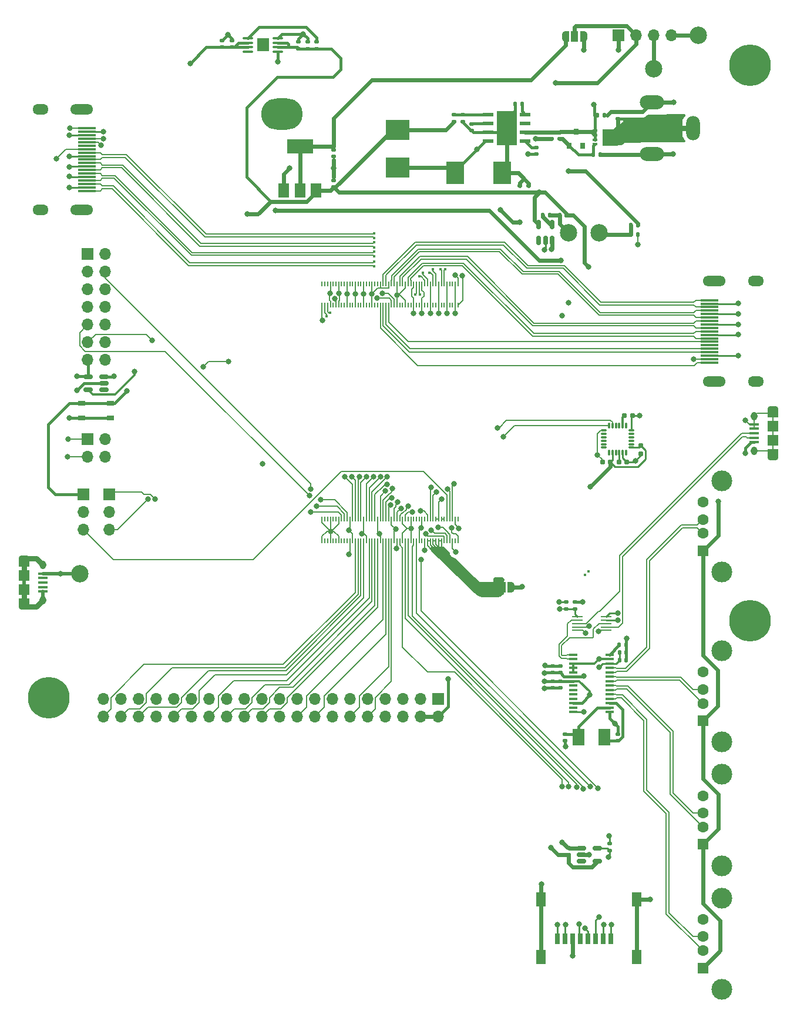
<source format=gbr>
%TF.GenerationSoftware,KiCad,Pcbnew,(6.0.0-0)*%
%TF.CreationDate,2022-04-14T20:44:02-04:00*%
%TF.ProjectId,SIL-CM4,53494c2d-434d-4342-9e6b-696361645f70,rev?*%
%TF.SameCoordinates,Original*%
%TF.FileFunction,Copper,L1,Top*%
%TF.FilePolarity,Positive*%
%FSLAX46Y46*%
G04 Gerber Fmt 4.6, Leading zero omitted, Abs format (unit mm)*
G04 Created by KiCad (PCBNEW (6.0.0-0)) date 2022-04-14 20:44:02*
%MOMM*%
%LPD*%
G01*
G04 APERTURE LIST*
G04 Aperture macros list*
%AMRoundRect*
0 Rectangle with rounded corners*
0 $1 Rounding radius*
0 $2 $3 $4 $5 $6 $7 $8 $9 X,Y pos of 4 corners*
0 Add a 4 corners polygon primitive as box body*
4,1,4,$2,$3,$4,$5,$6,$7,$8,$9,$2,$3,0*
0 Add four circle primitives for the rounded corners*
1,1,$1+$1,$2,$3*
1,1,$1+$1,$4,$5*
1,1,$1+$1,$6,$7*
1,1,$1+$1,$8,$9*
0 Add four rect primitives between the rounded corners*
20,1,$1+$1,$2,$3,$4,$5,0*
20,1,$1+$1,$4,$5,$6,$7,0*
20,1,$1+$1,$6,$7,$8,$9,0*
20,1,$1+$1,$8,$9,$2,$3,0*%
%AMFreePoly0*
4,1,17,1.395000,0.765000,0.855000,0.765000,0.855000,0.535000,1.395000,0.535000,1.395000,0.115000,0.855000,0.115000,0.855000,-0.115000,1.395000,-0.115000,1.395000,-0.535000,0.855000,-0.535000,0.855000,-0.765000,1.395000,-0.765000,1.395000,-1.185000,-0.855000,-1.185000,-0.855000,1.185000,1.395000,1.185000,1.395000,0.765000,1.395000,0.765000,$1*%
%AMFreePoly1*
4,1,22,0.550000,-0.750000,0.000000,-0.750000,0.000000,-0.745033,-0.079941,-0.743568,-0.215256,-0.701293,-0.333266,-0.622738,-0.424486,-0.514219,-0.481581,-0.384460,-0.499164,-0.250000,-0.500000,-0.250000,-0.500000,0.250000,-0.499164,0.250000,-0.499963,0.256109,-0.478152,0.396186,-0.417904,0.524511,-0.324060,0.630769,-0.204165,0.706417,-0.067858,0.745374,0.000000,0.744959,0.000000,0.750000,
0.550000,0.750000,0.550000,-0.750000,0.550000,-0.750000,$1*%
%AMFreePoly2*
4,1,20,0.000000,0.744959,0.073905,0.744508,0.209726,0.703889,0.328688,0.626782,0.421226,0.519385,0.479903,0.390333,0.500000,0.250000,0.500000,-0.250000,0.499851,-0.262216,0.476331,-0.402017,0.414519,-0.529596,0.319384,-0.634700,0.198574,-0.708877,0.061801,-0.746166,0.000000,-0.745033,0.000000,-0.750000,-0.550000,-0.750000,-0.550000,0.750000,0.000000,0.750000,0.000000,0.744959,
0.000000,0.744959,$1*%
%AMFreePoly3*
4,1,22,0.500000,-0.750000,0.000000,-0.750000,0.000000,-0.745033,-0.079941,-0.743568,-0.215256,-0.701293,-0.333266,-0.622738,-0.424486,-0.514219,-0.481581,-0.384460,-0.499164,-0.250000,-0.500000,-0.250000,-0.500000,0.250000,-0.499164,0.250000,-0.499963,0.256109,-0.478152,0.396186,-0.417904,0.524511,-0.324060,0.630769,-0.204165,0.706417,-0.067858,0.745374,0.000000,0.744959,0.000000,0.750000,
0.500000,0.750000,0.500000,-0.750000,0.500000,-0.750000,$1*%
%AMFreePoly4*
4,1,20,0.000000,0.744959,0.073905,0.744508,0.209726,0.703889,0.328688,0.626782,0.421226,0.519385,0.479903,0.390333,0.500000,0.250000,0.500000,-0.250000,0.499851,-0.262216,0.476331,-0.402017,0.414519,-0.529596,0.319384,-0.634700,0.198574,-0.708877,0.061801,-0.746166,0.000000,-0.745033,0.000000,-0.750000,-0.500000,-0.750000,-0.500000,0.750000,0.000000,0.750000,0.000000,0.744959,
0.000000,0.744959,$1*%
G04 Aperture macros list end*
%TA.AperFunction,SMDPad,CuDef*%
%ADD10RoundRect,0.100000X0.625000X0.100000X-0.625000X0.100000X-0.625000X-0.100000X0.625000X-0.100000X0*%
%TD*%
%TA.AperFunction,SMDPad,CuDef*%
%ADD11R,1.680000X1.880000*%
%TD*%
%TA.AperFunction,SMDPad,CuDef*%
%ADD12RoundRect,0.135000X0.185000X-0.135000X0.185000X0.135000X-0.185000X0.135000X-0.185000X-0.135000X0*%
%TD*%
%TA.AperFunction,SMDPad,CuDef*%
%ADD13RoundRect,0.140000X0.170000X-0.140000X0.170000X0.140000X-0.170000X0.140000X-0.170000X-0.140000X0*%
%TD*%
%TA.AperFunction,SMDPad,CuDef*%
%ADD14RoundRect,0.140000X-0.170000X0.140000X-0.170000X-0.140000X0.170000X-0.140000X0.170000X0.140000X0*%
%TD*%
%TA.AperFunction,ComponentPad*%
%ADD15R,1.500000X1.600000*%
%TD*%
%TA.AperFunction,ComponentPad*%
%ADD16C,1.600000*%
%TD*%
%TA.AperFunction,ComponentPad*%
%ADD17C,3.000000*%
%TD*%
%TA.AperFunction,SMDPad,CuDef*%
%ADD18R,0.700000X0.420000*%
%TD*%
%TA.AperFunction,SMDPad,CuDef*%
%ADD19FreePoly0,0.000000*%
%TD*%
%TA.AperFunction,SMDPad,CuDef*%
%ADD20C,2.500000*%
%TD*%
%TA.AperFunction,SMDPad,CuDef*%
%ADD21R,1.500000X2.000000*%
%TD*%
%TA.AperFunction,SMDPad,CuDef*%
%ADD22R,3.800000X2.000000*%
%TD*%
%TA.AperFunction,ComponentPad*%
%ADD23R,1.700000X1.700000*%
%TD*%
%TA.AperFunction,ComponentPad*%
%ADD24O,1.700000X1.700000*%
%TD*%
%TA.AperFunction,SMDPad,CuDef*%
%ADD25RoundRect,0.150000X0.150000X-0.512500X0.150000X0.512500X-0.150000X0.512500X-0.150000X-0.512500X0*%
%TD*%
%TA.AperFunction,SMDPad,CuDef*%
%ADD26RoundRect,0.135000X0.135000X0.185000X-0.135000X0.185000X-0.135000X-0.185000X0.135000X-0.185000X0*%
%TD*%
%TA.AperFunction,SMDPad,CuDef*%
%ADD27RoundRect,0.135000X-0.135000X-0.185000X0.135000X-0.185000X0.135000X0.185000X-0.135000X0.185000X0*%
%TD*%
%TA.AperFunction,SMDPad,CuDef*%
%ADD28R,0.800000X1.500000*%
%TD*%
%TA.AperFunction,SMDPad,CuDef*%
%ADD29R,1.450000X2.000000*%
%TD*%
%TA.AperFunction,SMDPad,CuDef*%
%ADD30RoundRect,0.140000X-0.140000X-0.170000X0.140000X-0.170000X0.140000X0.170000X-0.140000X0.170000X0*%
%TD*%
%TA.AperFunction,SMDPad,CuDef*%
%ADD31R,1.050000X0.650000*%
%TD*%
%TA.AperFunction,SMDPad,CuDef*%
%ADD32FreePoly1,0.000000*%
%TD*%
%TA.AperFunction,SMDPad,CuDef*%
%ADD33R,1.000000X1.500000*%
%TD*%
%TA.AperFunction,SMDPad,CuDef*%
%ADD34FreePoly2,0.000000*%
%TD*%
%TA.AperFunction,SMDPad,CuDef*%
%ADD35R,0.800000X0.900000*%
%TD*%
%TA.AperFunction,SMDPad,CuDef*%
%ADD36R,1.700000X2.400000*%
%TD*%
%TA.AperFunction,SMDPad,CuDef*%
%ADD37R,1.350000X0.400000*%
%TD*%
%TA.AperFunction,ComponentPad*%
%ADD38O,1.550000X0.890000*%
%TD*%
%TA.AperFunction,SMDPad,CuDef*%
%ADD39R,1.550000X1.200000*%
%TD*%
%TA.AperFunction,ComponentPad*%
%ADD40O,0.950000X1.250000*%
%TD*%
%TA.AperFunction,SMDPad,CuDef*%
%ADD41R,1.550000X1.500000*%
%TD*%
%TA.AperFunction,SMDPad,CuDef*%
%ADD42RoundRect,0.147500X-0.147500X-0.172500X0.147500X-0.172500X0.147500X0.172500X-0.147500X0.172500X0*%
%TD*%
%TA.AperFunction,SMDPad,CuDef*%
%ADD43R,1.550000X0.600000*%
%TD*%
%TA.AperFunction,ComponentPad*%
%ADD44C,0.600000*%
%TD*%
%TA.AperFunction,SMDPad,CuDef*%
%ADD45R,2.950000X4.900000*%
%TD*%
%TA.AperFunction,SMDPad,CuDef*%
%ADD46RoundRect,0.135000X-0.185000X0.135000X-0.185000X-0.135000X0.185000X-0.135000X0.185000X0.135000X0*%
%TD*%
%TA.AperFunction,ComponentPad*%
%ADD47C,6.000000*%
%TD*%
%TA.AperFunction,ComponentPad*%
%ADD48C,0.800000*%
%TD*%
%TA.AperFunction,SMDPad,CuDef*%
%ADD49R,0.200000X0.700000*%
%TD*%
%TA.AperFunction,SMDPad,CuDef*%
%ADD50RoundRect,0.155000X0.155000X-0.212500X0.155000X0.212500X-0.155000X0.212500X-0.155000X-0.212500X0*%
%TD*%
%TA.AperFunction,SMDPad,CuDef*%
%ADD51R,2.600000X0.300000*%
%TD*%
%TA.AperFunction,ComponentPad*%
%ADD52O,3.300000X1.500000*%
%TD*%
%TA.AperFunction,ComponentPad*%
%ADD53O,2.300000X1.500000*%
%TD*%
%TA.AperFunction,SMDPad,CuDef*%
%ADD54RoundRect,0.075000X-0.350000X-0.075000X0.350000X-0.075000X0.350000X0.075000X-0.350000X0.075000X0*%
%TD*%
%TA.AperFunction,SMDPad,CuDef*%
%ADD55RoundRect,0.075000X0.075000X-0.350000X0.075000X0.350000X-0.075000X0.350000X-0.075000X-0.350000X0*%
%TD*%
%TA.AperFunction,ComponentPad*%
%ADD56O,6.000000X4.500000*%
%TD*%
%TA.AperFunction,SMDPad,CuDef*%
%ADD57RoundRect,0.155000X0.212500X0.155000X-0.212500X0.155000X-0.212500X-0.155000X0.212500X-0.155000X0*%
%TD*%
%TA.AperFunction,SMDPad,CuDef*%
%ADD58RoundRect,0.155000X-0.212500X-0.155000X0.212500X-0.155000X0.212500X0.155000X-0.212500X0.155000X0*%
%TD*%
%TA.AperFunction,SMDPad,CuDef*%
%ADD59R,3.500000X2.950000*%
%TD*%
%TA.AperFunction,SMDPad,CuDef*%
%ADD60R,1.200000X0.400000*%
%TD*%
%TA.AperFunction,SMDPad,CuDef*%
%ADD61R,1.498600X0.279400*%
%TD*%
%TA.AperFunction,ComponentPad*%
%ADD62RoundRect,1.000000X0.000000X-0.750000X0.000000X-0.750000X0.000000X0.750000X0.000000X0.750000X0*%
%TD*%
%TA.AperFunction,ComponentPad*%
%ADD63RoundRect,1.000000X-0.750000X0.000000X-0.750000X0.000000X0.750000X0.000000X0.750000X0.000000X0*%
%TD*%
%TA.AperFunction,SMDPad,CuDef*%
%ADD64RoundRect,0.150000X-0.512500X-0.150000X0.512500X-0.150000X0.512500X0.150000X-0.512500X0.150000X0*%
%TD*%
%TA.AperFunction,SMDPad,CuDef*%
%ADD65RoundRect,0.140000X0.140000X0.170000X-0.140000X0.170000X-0.140000X-0.170000X0.140000X-0.170000X0*%
%TD*%
%TA.AperFunction,SMDPad,CuDef*%
%ADD66RoundRect,0.150000X0.512500X0.150000X-0.512500X0.150000X-0.512500X-0.150000X0.512500X-0.150000X0*%
%TD*%
%TA.AperFunction,SMDPad,CuDef*%
%ADD67FreePoly3,0.000000*%
%TD*%
%TA.AperFunction,SMDPad,CuDef*%
%ADD68FreePoly4,0.000000*%
%TD*%
%TA.AperFunction,SMDPad,CuDef*%
%ADD69R,2.500000X3.300000*%
%TD*%
%TA.AperFunction,ViaPad*%
%ADD70C,0.800000*%
%TD*%
%TA.AperFunction,ViaPad*%
%ADD71C,0.450000*%
%TD*%
%TA.AperFunction,Conductor*%
%ADD72C,0.400000*%
%TD*%
%TA.AperFunction,Conductor*%
%ADD73C,0.600000*%
%TD*%
%TA.AperFunction,Conductor*%
%ADD74C,0.250000*%
%TD*%
%TA.AperFunction,Conductor*%
%ADD75C,0.200000*%
%TD*%
%TA.AperFunction,Conductor*%
%ADD76C,0.450000*%
%TD*%
%TA.AperFunction,Conductor*%
%ADD77C,0.800000*%
%TD*%
%TA.AperFunction,Conductor*%
%ADD78C,0.500000*%
%TD*%
%TA.AperFunction,Conductor*%
%ADD79C,0.300000*%
%TD*%
%TA.AperFunction,Conductor*%
%ADD80C,0.147000*%
%TD*%
%TA.AperFunction,Conductor*%
%ADD81C,0.127000*%
%TD*%
G04 APERTURE END LIST*
D10*
%TO.P,U7,1,GND*%
%TO.N,GND*%
X64220000Y-21235000D03*
%TO.P,U7,2,IN*%
%TO.N,5v*%
X64220000Y-20585000D03*
%TO.P,U7,3,IN*%
X64220000Y-19935000D03*
%TO.P,U7,4,EN*%
%TO.N,GND*%
X64220000Y-19285000D03*
%TO.P,U7,5,FLG*%
%TO.N,Net-(R6-Pad2)*%
X59920000Y-19285000D03*
%TO.P,U7,6,OUT*%
%TO.N,/SIL-Motherboard/HDMI_5v*%
X59920000Y-19935000D03*
%TO.P,U7,7,OUT*%
X59920000Y-20585000D03*
%TO.P,U7,8,NC*%
%TO.N,unconnected-(U7-Pad8)*%
X59920000Y-21235000D03*
D11*
%TO.P,U7,9*%
%TO.N,N/C*%
X62070000Y-20260000D03*
%TD*%
D12*
%TO.P,R6,1*%
%TO.N,5v*%
X69800000Y-20810000D03*
%TO.P,R6,2*%
%TO.N,Net-(R6-Pad2)*%
X69800000Y-19790000D03*
%TD*%
D13*
%TO.P,C29,1*%
%TO.N,/SIL-Motherboard/HDMI_5v*%
X56200000Y-20580000D03*
%TO.P,C29,2*%
%TO.N,GND*%
X56200000Y-19620000D03*
%TD*%
D14*
%TO.P,C28,1*%
%TO.N,GND*%
X57600000Y-19620000D03*
%TO.P,C28,2*%
%TO.N,/SIL-Motherboard/HDMI_5v*%
X57600000Y-20580000D03*
%TD*%
%TO.P,C25,1*%
%TO.N,GND*%
X67200000Y-19820000D03*
%TO.P,C25,2*%
%TO.N,5v*%
X67200000Y-20780000D03*
%TD*%
D13*
%TO.P,C24,2*%
%TO.N,GND*%
X68500000Y-19820000D03*
%TO.P,C24,1*%
%TO.N,5v*%
X68500000Y-20780000D03*
%TD*%
D15*
%TO.P,J13,1,VBUS*%
%TO.N,5v*%
X125490000Y-93100000D03*
D16*
%TO.P,J13,2,D-*%
%TO.N,/SIL-Motherboard/USB1-*%
X125490000Y-90600000D03*
%TO.P,J13,3,D+*%
%TO.N,/SIL-Motherboard/USB1+*%
X125490000Y-88600000D03*
%TO.P,J13,4,GND*%
%TO.N,GND*%
X125490000Y-86100000D03*
D17*
%TO.P,J13,5,Shield*%
X128200000Y-96170000D03*
X128200000Y-83030000D03*
%TD*%
D18*
%TO.P,Q1,1,S*%
%TO.N,/SIL-Motherboard/+12v*%
X109900000Y-32625000D03*
%TO.P,Q1,2,S*%
X109900000Y-33275000D03*
%TO.P,Q1,3,S*%
X109900000Y-33925000D03*
%TO.P,Q1,4,G*%
%TO.N,Net-(C2-Pad2)*%
X109900000Y-34575000D03*
D19*
%TO.P,Q1,5,D*%
%TO.N,/SIL-Motherboard/VCC_IN*%
X111855000Y-33600000D03*
%TD*%
D20*
%TO.P,TP4,1,1*%
%TO.N,Net-(D3-Pad1)*%
X110500000Y-47300000D03*
%TD*%
D21*
%TO.P,U1,1,GND*%
%TO.N,GND*%
X65100000Y-41200000D03*
%TO.P,U1,2,VO*%
%TO.N,/SIL-Motherboard/+3v3_Reg*%
X67400000Y-41200000D03*
D22*
X67400000Y-34900000D03*
D21*
%TO.P,U1,3,VI*%
%TO.N,5v*%
X69700000Y-41200000D03*
%TD*%
D14*
%TO.P,C5,1*%
%TO.N,/SIL-Motherboard/+3v3_Reg*%
X72300000Y-35370000D03*
%TO.P,C5,2*%
%TO.N,GND*%
X72300000Y-36330000D03*
%TD*%
%TO.P,C11,1*%
%TO.N,Net-(C11-Pad1)*%
X101500000Y-35030000D03*
%TO.P,C11,2*%
%TO.N,Net-(C11-Pad2)*%
X101500000Y-35990000D03*
%TD*%
D15*
%TO.P,J16,1,VBUS*%
%TO.N,5v*%
X125490000Y-135400000D03*
D16*
%TO.P,J16,2,D-*%
%TO.N,/SIL-Motherboard/USB3-*%
X125490000Y-132900000D03*
%TO.P,J16,3,D+*%
%TO.N,/SIL-Motherboard/USB3+*%
X125490000Y-130900000D03*
%TO.P,J16,4,GND*%
%TO.N,GND*%
X125490000Y-128400000D03*
D17*
%TO.P,J16,5,Shield*%
X128200000Y-125330000D03*
X128200000Y-138470000D03*
%TD*%
D13*
%TO.P,C4,1*%
%TO.N,5v*%
X72300000Y-40730000D03*
%TO.P,C4,2*%
%TO.N,GND*%
X72300000Y-39770000D03*
%TD*%
D23*
%TO.P,J4,1,Pin_1*%
%TO.N,/SIL-Motherboard/GLOBAL_EN*%
X36200000Y-85000000D03*
D24*
%TO.P,J4,2,Pin_2*%
%TO.N,GND*%
X36200000Y-87540000D03*
%TO.P,J4,3,Pin_3*%
%TO.N,/SIL-Motherboard/RUN_PG*%
X36200000Y-90080000D03*
%TD*%
D25*
%TO.P,U8,1*%
%TO.N,N/C*%
X101850000Y-48437500D03*
%TO.P,U8,2*%
%TO.N,/SIL-Motherboard/nPWR_LED*%
X102800000Y-48437500D03*
%TO.P,U8,3,GND*%
%TO.N,GND*%
X103750000Y-48437500D03*
%TO.P,U8,4*%
%TO.N,Net-(R13-Pad2)*%
X103750000Y-46162500D03*
%TO.P,U8,5,VCC*%
%TO.N,5v*%
X101850000Y-46162500D03*
%TD*%
D14*
%TO.P,C10,1*%
%TO.N,Net-(C10-Pad1)*%
X92200000Y-31630000D03*
%TO.P,C10,2*%
%TO.N,GND*%
X92200000Y-32590000D03*
%TD*%
D23*
%TO.P,J11,1,Pin_1*%
%TO.N,GND*%
X36800000Y-50400000D03*
D24*
%TO.P,J11,2,Pin_2*%
%TO.N,/SIL-Motherboard/nRPiBOOT*%
X39340000Y-50400000D03*
%TO.P,J11,3,Pin_3*%
%TO.N,GND*%
X36800000Y-52940000D03*
%TO.P,J11,4,Pin_4*%
%TO.N,/SIL-Motherboard/EEPROM_nWP*%
X39340000Y-52940000D03*
%TO.P,J11,5,Pin_5*%
%TO.N,/SIL-Motherboard/AIN0*%
X36800000Y-55480000D03*
%TO.P,J11,6,Pin_6*%
%TO.N,/SIL-Motherboard/AIN1*%
X39340000Y-55480000D03*
%TO.P,J11,7,Pin_7*%
%TO.N,GND*%
X36800000Y-58020000D03*
%TO.P,J11,8,Pin_8*%
%TO.N,/SIL-Motherboard/SYNC_IN*%
X39340000Y-58020000D03*
%TO.P,J11,9,Pin_9*%
%TO.N,/SIL-Motherboard/SYNC_OUT*%
X36800000Y-60560000D03*
%TO.P,J11,10,Pin_10*%
%TO.N,GND*%
X39340000Y-60560000D03*
%TO.P,J11,11,Pin_11*%
%TO.N,/SIL-Motherboard/TV_OUT*%
X36800000Y-63100000D03*
%TO.P,J11,12,Pin_12*%
%TO.N,GND*%
X39340000Y-63100000D03*
%TO.P,J11,13,Pin_13*%
%TO.N,Net-(J11-Pad13)*%
X36800000Y-65640000D03*
%TO.P,J11,14,Pin_14*%
%TO.N,/SIL-Motherboard/GLOBAL_EN*%
X39340000Y-65640000D03*
%TD*%
D26*
%TO.P,R3,1*%
%TO.N,Net-(R3-Pad1)*%
X99410000Y-28810000D03*
%TO.P,R3,2*%
%TO.N,GND*%
X98390000Y-28810000D03*
%TD*%
D27*
%TO.P,R5,1*%
%TO.N,Net-(D3-Pad1)*%
X115090000Y-47600000D03*
%TO.P,R5,2*%
%TO.N,Net-(Module1-Pad21)*%
X116110000Y-47600000D03*
%TD*%
D28*
%TO.P,J14,1,DAT2*%
%TO.N,/SIL-Motherboard/SD_DAT2*%
X112250000Y-149017500D03*
%TO.P,J14,2,DAT3/CD*%
%TO.N,/SIL-Motherboard/SD_DAT3*%
X111150000Y-149017500D03*
%TO.P,J14,3,CMD*%
%TO.N,/SIL-Motherboard/SD_CMD*%
X110050000Y-149017500D03*
%TO.P,J14,4,VDD*%
%TO.N,/SIL-Motherboard/SD_PWR*%
X108950000Y-149017500D03*
%TO.P,J14,5,CLK*%
%TO.N,/SIL-Motherboard/SD_CLK*%
X107850000Y-149017500D03*
%TO.P,J14,6,VSS*%
%TO.N,GND*%
X106750000Y-149017500D03*
%TO.P,J14,7,DAT0*%
%TO.N,/SIL-Motherboard/SD_DAT0*%
X105650000Y-149017500D03*
%TO.P,J14,8,DAT1*%
%TO.N,/SIL-Motherboard/SD_DAT1*%
X104550000Y-149017500D03*
D29*
%TO.P,J14,9,SHIELD*%
%TO.N,GND*%
X102175000Y-143317500D03*
X115925000Y-151617500D03*
X102175000Y-151617500D03*
X115925000Y-143317500D03*
%TD*%
D30*
%TO.P,C3,1*%
%TO.N,/SIL-Motherboard/+12v*%
X110320000Y-30400000D03*
%TO.P,C3,2*%
%TO.N,GND*%
X111280000Y-30400000D03*
%TD*%
D31*
%TO.P,SW1,1,1*%
%TO.N,Net-(J11-Pad13)*%
X40075000Y-74025000D03*
X35925000Y-74025000D03*
%TO.P,SW1,2,2*%
%TO.N,/SIL-Motherboard/GLOBAL_EN*%
X40075000Y-71875000D03*
X35925000Y-71875000D03*
%TD*%
D32*
%TO.P,JP1,1,A*%
%TO.N,/SIL-Motherboard/+3v3_Reg*%
X105700000Y-19042500D03*
D33*
%TO.P,JP1,2,C*%
%TO.N,/SIL-Motherboard/+3V3*%
X107000000Y-19042500D03*
D34*
%TO.P,JP1,3,B*%
%TO.N,/SIL-Motherboard/+3v3_CM4*%
X108300000Y-19042500D03*
%TD*%
D35*
%TO.P,D1,*%
%TO.N,*%
X108150000Y-34800000D03*
%TO.P,D1,1,K*%
%TO.N,/SIL-Motherboard/+12v*%
X107200000Y-32800000D03*
%TO.P,D1,2,A*%
%TO.N,Net-(C2-Pad2)*%
X106250000Y-34800000D03*
%TD*%
D30*
%TO.P,C17,1*%
%TO.N,/SIL-Motherboard/1V8*%
X113465000Y-107800000D03*
%TO.P,C17,2*%
%TO.N,GND*%
X114425000Y-107800000D03*
%TD*%
D20*
%TO.P,TP3,1,1*%
%TO.N,5v*%
X118400000Y-23700000D03*
%TD*%
D36*
%TO.P,Y1,1,1*%
%TO.N,Net-(C12-Pad2)*%
X107575000Y-120000000D03*
%TO.P,Y1,2,2*%
%TO.N,Net-(C21-Pad2)*%
X111275000Y-120000000D03*
%TD*%
D26*
%TO.P,R13,1*%
%TO.N,Net-(D4-Pad1)*%
X103420000Y-44800000D03*
%TO.P,R13,2*%
%TO.N,Net-(R13-Pad2)*%
X102400000Y-44800000D03*
%TD*%
D13*
%TO.P,C13,1*%
%TO.N,/SIL-Motherboard/SD_PWR*%
X112050000Y-136280000D03*
%TO.P,C13,2*%
%TO.N,GND*%
X112050000Y-135320000D03*
%TD*%
D37*
%TO.P,J9,1,VBUS*%
%TO.N,5v*%
X30385000Y-96400000D03*
%TO.P,J9,2,D-*%
%TO.N,unconnected-(J9-Pad2)*%
X30385000Y-97050000D03*
%TO.P,J9,3,D+*%
%TO.N,unconnected-(J9-Pad3)*%
X30385000Y-97700000D03*
%TO.P,J9,4,ID*%
%TO.N,unconnected-(J9-Pad4)*%
X30385000Y-98350000D03*
%TO.P,J9,5,GND*%
%TO.N,GND*%
X30385000Y-99000000D03*
D38*
%TO.P,J9,6,Shield*%
X27685000Y-94200000D03*
D39*
X27685000Y-94800000D03*
D40*
X30385000Y-95200000D03*
D39*
X27685000Y-100600000D03*
D41*
X27685000Y-98700000D03*
X27685000Y-96700000D03*
D38*
X27685000Y-101200000D03*
D40*
X30385000Y-100200000D03*
%TD*%
D13*
%TO.P,C12,1*%
%TO.N,GND*%
X105600000Y-120480000D03*
%TO.P,C12,2*%
%TO.N,Net-(C12-Pad2)*%
X105600000Y-119520000D03*
%TD*%
D15*
%TO.P,J15,1,VBUS*%
%TO.N,5v*%
X125490000Y-117600000D03*
D16*
%TO.P,J15,2,D-*%
%TO.N,/SIL-Motherboard/USB2-*%
X125490000Y-115100000D03*
%TO.P,J15,3,D+*%
%TO.N,/SIL-Motherboard/USB2+*%
X125490000Y-113100000D03*
%TO.P,J15,4,GND*%
%TO.N,GND*%
X125490000Y-110600000D03*
D17*
%TO.P,J15,5,Shield*%
X128200000Y-120670000D03*
X128200000Y-107530000D03*
%TD*%
D15*
%TO.P,J17,1,VBUS*%
%TO.N,5v*%
X125490000Y-153200000D03*
D16*
%TO.P,J17,2,D-*%
%TO.N,/SIL-Motherboard/USB4-*%
X125490000Y-150700000D03*
%TO.P,J17,3,D+*%
%TO.N,/SIL-Motherboard/USB4+*%
X125490000Y-148700000D03*
%TO.P,J17,4,GND*%
%TO.N,GND*%
X125490000Y-146200000D03*
D17*
%TO.P,J17,5,Shield*%
X128200000Y-156270000D03*
X128200000Y-143130000D03*
%TD*%
D14*
%TO.P,C21,1*%
%TO.N,GND*%
X113250000Y-119520000D03*
%TO.P,C21,2*%
%TO.N,Net-(C21-Pad2)*%
X113250000Y-120480000D03*
%TD*%
D13*
%TO.P,C1,1*%
%TO.N,/SIL-Motherboard/VCC_IN*%
X113200000Y-30880000D03*
%TO.P,C1,2*%
%TO.N,GND*%
X113200000Y-29920000D03*
%TD*%
%TO.P,C14,1*%
%TO.N,GND*%
X104925000Y-112880000D03*
%TO.P,C14,2*%
%TO.N,/SIL-Motherboard/+3V3*%
X104925000Y-111920000D03*
%TD*%
D42*
%TO.P,D4,1,K*%
%TO.N,Net-(D4-Pad1)*%
X104825000Y-44800000D03*
%TO.P,D4,2,A*%
%TO.N,5v*%
X105795000Y-44800000D03*
%TD*%
D14*
%TO.P,C8,1*%
%TO.N,GND*%
X99100000Y-40530000D03*
%TO.P,C8,2*%
%TO.N,5v*%
X99100000Y-41490000D03*
%TD*%
D23*
%TO.P,J1,1,Pin_1*%
%TO.N,GND*%
X113300000Y-18900000D03*
D24*
%TO.P,J1,2,Pin_2*%
%TO.N,/SIL-Motherboard/+3V3*%
X115840000Y-18900000D03*
%TO.P,J1,3,Pin_3*%
%TO.N,5v*%
X118380000Y-18900000D03*
%TO.P,J1,4,Pin_4*%
%TO.N,/SIL-Motherboard/+12v*%
X120920000Y-18900000D03*
%TD*%
D43*
%TO.P,U2,1,PGND*%
%TO.N,Net-(C11-Pad1)*%
X99900000Y-34115000D03*
%TO.P,U2,2,VIN*%
%TO.N,/SIL-Motherboard/+12v*%
X99900000Y-32845000D03*
%TO.P,U2,3,EN*%
%TO.N,unconnected-(U2-Pad3)*%
X99900000Y-31575000D03*
%TO.P,U2,4,PG*%
%TO.N,Net-(R3-Pad1)*%
X99900000Y-30305000D03*
%TO.P,U2,5,FB*%
%TO.N,FB*%
X94500000Y-30305000D03*
%TO.P,U2,6,VCC*%
%TO.N,Net-(C10-Pad1)*%
X94500000Y-31575000D03*
%TO.P,U2,7,BOOT*%
%TO.N,GND*%
X94500000Y-32845000D03*
%TO.P,U2,8,SW*%
%TO.N,Net-(C11-Pad2)*%
X94500000Y-34115000D03*
D44*
%TO.P,U2,9,AGND*%
%TO.N,GND*%
X97850000Y-34160000D03*
X96550000Y-30260000D03*
X96550000Y-32860000D03*
X97850000Y-32860000D03*
X97850000Y-31560000D03*
D45*
X97200000Y-32210000D03*
D44*
X96550000Y-34160000D03*
X97850000Y-30260000D03*
X96550000Y-31560000D03*
%TD*%
D46*
%TO.P,R18,1*%
%TO.N,Net-(J5-Pad1)*%
X107075000Y-100500000D03*
%TO.P,R18,2*%
%TO.N,/SIL-Motherboard/USBOTG_ID*%
X107075000Y-101520000D03*
%TD*%
D14*
%TO.P,C18,1*%
%TO.N,/SIL-Motherboard/+3V3*%
X103825000Y-111920000D03*
%TO.P,C18,2*%
%TO.N,GND*%
X103825000Y-112880000D03*
%TD*%
%TO.P,C7,1*%
%TO.N,/SIL-Motherboard/+12v*%
X102400000Y-32850000D03*
%TO.P,C7,2*%
%TO.N,GND*%
X102400000Y-33810000D03*
%TD*%
D12*
%TO.P,R19,1*%
%TO.N,/SIL-Motherboard/USBOTG_ID*%
X105775000Y-101520000D03*
%TO.P,R19,2*%
%TO.N,GND*%
X105775000Y-100500000D03*
%TD*%
D20*
%TO.P,TP1,1,1*%
%TO.N,5v*%
X35700000Y-96400000D03*
%TD*%
%TO.P,TP2,1,1*%
%TO.N,/SIL-Motherboard/+12v*%
X124800000Y-18900000D03*
%TD*%
D47*
%TO.P,H4,1*%
%TO.N,N/C*%
X132300000Y-103200000D03*
D48*
X133890990Y-101609010D03*
X132300000Y-105450000D03*
X134550000Y-103200000D03*
X133890990Y-104790990D03*
X130050000Y-103200000D03*
X130709010Y-104790990D03*
X130709010Y-101609010D03*
X132300000Y-100950000D03*
%TD*%
D49*
%TO.P,Module1,1,GND*%
%TO.N,GND*%
X70600000Y-91650000D03*
%TO.P,Module1,2,GND*%
X70600000Y-88570000D03*
%TO.P,Module1,3,Ethernet_Pair3_P*%
%TO.N,/SIL-Motherboard/TRD3_P*%
X71000000Y-91650000D03*
%TO.P,Module1,4,Ethernet_Pair1_P*%
%TO.N,/SIL-Motherboard/TRD1_P*%
X71000000Y-88570000D03*
%TO.P,Module1,5,Ethernet_Pair3_N*%
%TO.N,/SIL-Motherboard/TRD3_N*%
X71400000Y-91650000D03*
%TO.P,Module1,6,Ethernet_Pair1_N*%
%TO.N,/SIL-Motherboard/TRD1_N*%
X71400000Y-88570000D03*
%TO.P,Module1,7,GND*%
%TO.N,GND*%
X71800000Y-91650000D03*
%TO.P,Module1,8,GND*%
X71800000Y-88570000D03*
%TO.P,Module1,9,Ethernet_Pair2_N*%
%TO.N,/SIL-Motherboard/TRD2_P*%
X72200000Y-91650000D03*
%TO.P,Module1,10,Ethernet_Pair0_N*%
%TO.N,/SIL-Motherboard/TRD0_P*%
X72200000Y-88570000D03*
%TO.P,Module1,11,Ethernet_Pair2_P*%
%TO.N,/SIL-Motherboard/TRD2_N*%
X72600000Y-91650000D03*
%TO.P,Module1,12,Ethernet_Pair0_P*%
%TO.N,/SIL-Motherboard/TRD0_N*%
X72600000Y-88570000D03*
%TO.P,Module1,13,GND*%
%TO.N,GND*%
X73000000Y-91650000D03*
%TO.P,Module1,14,GND*%
X73000000Y-88570000D03*
%TO.P,Module1,15,Ethernet_nLED3(3.3v)*%
%TO.N,/SIL-Motherboard/ETH_LEDY*%
X73400000Y-91650000D03*
%TO.P,Module1,16,Ethernet_SYNC_IN(1.8v)*%
%TO.N,/SIL-Motherboard/SYNC_IN*%
X73400000Y-88570000D03*
%TO.P,Module1,17,Ethernet_nLED2(3.3v)*%
%TO.N,/SIL-Motherboard/ETH_LEDG*%
X73800000Y-91650000D03*
%TO.P,Module1,18,Ethernet_SYNC_OUT(1.8v)*%
%TO.N,/SIL-Motherboard/SYNC_OUT*%
X73800000Y-88570000D03*
%TO.P,Module1,19,Ethernet_nLED1(3.3v)*%
%TO.N,unconnected-(Module1-Pad19)*%
X74200000Y-91650000D03*
%TO.P,Module1,20,EEPROM_nWP*%
%TO.N,/SIL-Motherboard/EEPROM_nWP*%
X74200000Y-88570000D03*
%TO.P,Module1,21,PI_nLED_Activity*%
%TO.N,Net-(Module1-Pad21)*%
X74600000Y-91650000D03*
%TO.P,Module1,22,GND*%
%TO.N,GND*%
X74600000Y-88570000D03*
%TO.P,Module1,23,GND*%
X75000000Y-91650000D03*
%TO.P,Module1,24,GPIO26*%
%TO.N,/SIL-Motherboard/GPIO26*%
X75000000Y-88570000D03*
%TO.P,Module1,25,GPIO21*%
%TO.N,/SIL-Motherboard/GPIO21*%
X75400000Y-91650000D03*
%TO.P,Module1,26,GPIO19*%
%TO.N,/SIL-Motherboard/GPIO19*%
X75400000Y-88570000D03*
%TO.P,Module1,27,GPIO20*%
%TO.N,/SIL-Motherboard/GPIO20*%
X75800000Y-91650000D03*
%TO.P,Module1,28,GPIO13*%
%TO.N,/SIL-Motherboard/GPIO13*%
X75800000Y-88570000D03*
%TO.P,Module1,29,GPIO16*%
%TO.N,/SIL-Motherboard/GPIO16*%
X76200000Y-91650000D03*
%TO.P,Module1,30,GPIO6*%
%TO.N,/SIL-Motherboard/GPIO6*%
X76200000Y-88570000D03*
%TO.P,Module1,31,GPIO12*%
%TO.N,/SIL-Motherboard/GPIO12*%
X76600000Y-91650000D03*
%TO.P,Module1,32,GND*%
%TO.N,GND*%
X76600000Y-88570000D03*
%TO.P,Module1,33,GND*%
X77000000Y-91650000D03*
%TO.P,Module1,34,GPIO5*%
%TO.N,/SIL-Motherboard/GPIO5*%
X77000000Y-88570000D03*
%TO.P,Module1,35,ID_SC*%
%TO.N,/SIL-Motherboard/ID_SC*%
X77400000Y-91650000D03*
%TO.P,Module1,36,ID_SD*%
%TO.N,/SIL-Motherboard/ID_SD*%
X77400000Y-88570000D03*
%TO.P,Module1,37,GPIO7*%
%TO.N,/SIL-Motherboard/GPIO7*%
X77800000Y-91650000D03*
%TO.P,Module1,38,GPIO11*%
%TO.N,/SIL-Motherboard/GPIO11*%
X77800000Y-88570000D03*
%TO.P,Module1,39,GPIO8*%
%TO.N,/SIL-Motherboard/GPIO8*%
X78200000Y-91650000D03*
%TO.P,Module1,40,GPIO9*%
%TO.N,/SIL-Motherboard/GPIO9*%
X78200000Y-88570000D03*
%TO.P,Module1,41,GPIO25*%
%TO.N,/SIL-Motherboard/GPIO25*%
X78600000Y-91650000D03*
%TO.P,Module1,42,GND*%
%TO.N,GND*%
X78600000Y-88570000D03*
%TO.P,Module1,43,GND*%
X79000000Y-91650000D03*
%TO.P,Module1,44,GPIO10*%
%TO.N,/SIL-Motherboard/GPIO10*%
X79000000Y-88570000D03*
%TO.P,Module1,45,GPIO24*%
%TO.N,/SIL-Motherboard/GPIO24*%
X79400000Y-91650000D03*
%TO.P,Module1,46,GPIO22*%
%TO.N,/SIL-Motherboard/GPIO22*%
X79400000Y-88570000D03*
%TO.P,Module1,47,GPIO23*%
%TO.N,/SIL-Motherboard/GPIO23*%
X79800000Y-91650000D03*
%TO.P,Module1,48,GPIO27*%
%TO.N,/SIL-Motherboard/GPIO27*%
X79800000Y-88570000D03*
%TO.P,Module1,49,GPIO18*%
%TO.N,/SIL-Motherboard/GPIO18*%
X80200000Y-91650000D03*
%TO.P,Module1,50,GPIO17*%
%TO.N,/SIL-Motherboard/GPIO17*%
X80200000Y-88570000D03*
%TO.P,Module1,51,GPIO15*%
%TO.N,/SIL-Motherboard/GPIO15*%
X80600000Y-91650000D03*
%TO.P,Module1,52,GND*%
%TO.N,GND*%
X80600000Y-88570000D03*
%TO.P,Module1,53,GND*%
X81000000Y-91650000D03*
%TO.P,Module1,54,GPIO4*%
%TO.N,/SIL-Motherboard/GPIO4*%
X81000000Y-88570000D03*
%TO.P,Module1,55,GPIO14*%
%TO.N,/SIL-Motherboard/GPIO14*%
X81400000Y-91650000D03*
%TO.P,Module1,56,GPIO3*%
%TO.N,/SIL-Motherboard/GPIO3*%
X81400000Y-88570000D03*
%TO.P,Module1,57,SD_CLK*%
%TO.N,/SIL-Motherboard/SD_CLK*%
X81800000Y-91650000D03*
%TO.P,Module1,58,GPIO2*%
%TO.N,/SIL-Motherboard/GPIO2*%
X81800000Y-88570000D03*
%TO.P,Module1,59,GND*%
%TO.N,GND*%
X82200000Y-91650000D03*
%TO.P,Module1,60,GND*%
X82200000Y-88570000D03*
%TO.P,Module1,61,SD_DAT3*%
%TO.N,/SIL-Motherboard/SD_DAT3*%
X82600000Y-91650000D03*
%TO.P,Module1,62,SD_CMD*%
%TO.N,/SIL-Motherboard/SD_CMD*%
X82600000Y-88570000D03*
%TO.P,Module1,63,SD_DAT0*%
%TO.N,/SIL-Motherboard/SD_DAT0*%
X83000000Y-91650000D03*
%TO.P,Module1,64,SD_DAT5*%
%TO.N,unconnected-(Module1-Pad64)*%
X83000000Y-88570000D03*
%TO.P,Module1,65,GND*%
%TO.N,GND*%
X83400000Y-91650000D03*
%TO.P,Module1,66,GND*%
X83400000Y-88570000D03*
%TO.P,Module1,67,SD_DAT1*%
%TO.N,/SIL-Motherboard/SD_DAT1*%
X83800000Y-91650000D03*
%TO.P,Module1,68,SD_DAT4*%
%TO.N,unconnected-(Module1-Pad68)*%
X83800000Y-88570000D03*
%TO.P,Module1,69,SD_DAT2*%
%TO.N,/SIL-Motherboard/SD_DAT2*%
X84200000Y-91650000D03*
%TO.P,Module1,70,SD_DAT7*%
%TO.N,unconnected-(Module1-Pad70)*%
X84200000Y-88570000D03*
%TO.P,Module1,71,GND*%
%TO.N,GND*%
X84600000Y-91650000D03*
%TO.P,Module1,72,SD_DAT6*%
%TO.N,unconnected-(Module1-Pad72)*%
X84600000Y-88570000D03*
%TO.P,Module1,73,SD_VDD_Override*%
%TO.N,unconnected-(Module1-Pad73)*%
X85000000Y-91650000D03*
%TO.P,Module1,74,GND*%
%TO.N,GND*%
X85000000Y-88570000D03*
%TO.P,Module1,75,SD_PWR_ON*%
%TO.N,/SIL-Motherboard/SD_PWR_ON*%
X85400000Y-91650000D03*
%TO.P,Module1,76,Reserved*%
%TO.N,/SIL-Motherboard/Reserved*%
X85400000Y-88570000D03*
%TO.P,Module1,77,+5v_(Input)*%
%TO.N,/SIL-Motherboard/5V*%
X85800000Y-91650000D03*
%TO.P,Module1,78,GPIO_VREF(1.8v/3.3v_Input)*%
%TO.N,/SIL-Motherboard/+3v3_CM4*%
X85800000Y-88570000D03*
%TO.P,Module1,79,+5v_(Input)*%
%TO.N,/SIL-Motherboard/5V*%
X86200000Y-91650000D03*
%TO.P,Module1,80,SCL0*%
%TO.N,/SIL-Motherboard/SCL0*%
X86200000Y-88570000D03*
%TO.P,Module1,81,+5v_(Input)*%
%TO.N,/SIL-Motherboard/5V*%
X86600000Y-91650000D03*
%TO.P,Module1,82,SDA0*%
%TO.N,/SIL-Motherboard/SDA0*%
X86600000Y-88570000D03*
%TO.P,Module1,83,+5v_(Input)*%
%TO.N,/SIL-Motherboard/5V*%
X87000000Y-91650000D03*
%TO.P,Module1,84,+3.3v_(Output)*%
%TO.N,/SIL-Motherboard/+3v3_CM4*%
X87000000Y-88570000D03*
%TO.P,Module1,85,+5v_(Input)*%
%TO.N,/SIL-Motherboard/5V*%
X87400000Y-91650000D03*
%TO.P,Module1,86,+3.3v_(Output)*%
%TO.N,/SIL-Motherboard/+3v3_CM4*%
X87400000Y-88570000D03*
%TO.P,Module1,87,+5v_(Input)*%
%TO.N,/SIL-Motherboard/5V*%
X87800000Y-91650000D03*
%TO.P,Module1,88,+1.8v_(Output)*%
%TO.N,/SIL-Motherboard/+1v8*%
X87800000Y-88570000D03*
%TO.P,Module1,89,WiFi_nDisable*%
%TO.N,/SIL-Motherboard/WiFi_Disable*%
X88200000Y-91650000D03*
%TO.P,Module1,90,+1.8v_(Output)*%
%TO.N,/SIL-Motherboard/+1v8*%
X88200000Y-88570000D03*
%TO.P,Module1,91,BT_nDisable*%
%TO.N,/SIL-Motherboard/BT_Disable*%
X88600000Y-91650000D03*
%TO.P,Module1,92,RUN_PG*%
%TO.N,/SIL-Motherboard/RUN_PG*%
X88600000Y-88570000D03*
%TO.P,Module1,93,nRPIBOOT*%
%TO.N,/SIL-Motherboard/nRPiBOOT*%
X89000000Y-91650000D03*
%TO.P,Module1,94,AnalogIP1*%
%TO.N,/SIL-Motherboard/AIN1*%
X89000000Y-88570000D03*
%TO.P,Module1,95,nPI_LED_PWR*%
%TO.N,/SIL-Motherboard/nPWR_LED*%
X89400000Y-91650000D03*
%TO.P,Module1,96,AnalogIP0*%
%TO.N,/SIL-Motherboard/AIN0*%
X89400000Y-88570000D03*
%TO.P,Module1,97,Camera_GPIO*%
%TO.N,/SIL-Motherboard/CAM_GPIO*%
X89800000Y-91650000D03*
%TO.P,Module1,98,GND*%
%TO.N,GND*%
X89800000Y-88570000D03*
%TO.P,Module1,99,Global_EN*%
%TO.N,/SIL-Motherboard/GLOBAL_EN*%
X90200000Y-91650000D03*
%TO.P,Module1,100,nEXTRST*%
%TO.N,/SIL-Motherboard/nEXTRST*%
X90200000Y-88570000D03*
%TO.P,Module1,101,USB_OTG_ID*%
%TO.N,/SIL-Motherboard/USBOTG_ID*%
X70600000Y-57730000D03*
%TO.P,Module1,102,PCIe_CLK_nREQ*%
%TO.N,/SIL-Motherboard/PCI_CLK_nREQ*%
X70600000Y-54650000D03*
%TO.P,Module1,103,USB2_N*%
%TO.N,/SIL-Motherboard/USB2_N*%
X71000000Y-57730000D03*
%TO.P,Module1,104,Reserved*%
%TO.N,unconnected-(Module1-Pad104)*%
X71000000Y-54650000D03*
%TO.P,Module1,105,USB2_P*%
%TO.N,/SIL-Motherboard/USB2_P*%
X71400000Y-57730000D03*
%TO.P,Module1,106,Reserved*%
%TO.N,unconnected-(Module1-Pad106)*%
X71400000Y-54650000D03*
%TO.P,Module1,107,GND*%
%TO.N,GND*%
X71800000Y-57730000D03*
%TO.P,Module1,108,GND*%
X71800000Y-54650000D03*
%TO.P,Module1,109,PCIe_nRST*%
%TO.N,/SIL-Motherboard/PCIE_nRST*%
X72200000Y-57730000D03*
%TO.P,Module1,110,PCIe_CLK_P*%
%TO.N,/SIL-Motherboard/PCIE_CLK_P*%
X72200000Y-54650000D03*
%TO.P,Module1,111,VDAC_COMP*%
%TO.N,/SIL-Motherboard/TV_OUT*%
X72600000Y-57730000D03*
%TO.P,Module1,112,PCIe_CLK_N*%
%TO.N,/SIL-Motherboard/PCIE_CLK_N*%
X72600000Y-54650000D03*
%TO.P,Module1,113,GND*%
%TO.N,GND*%
X73000000Y-57730000D03*
%TO.P,Module1,114,GND*%
X73000000Y-54650000D03*
%TO.P,Module1,115,CAM1_D0_N*%
%TO.N,/SIL-Motherboard/CAM1_D0_N*%
X73400000Y-57730000D03*
%TO.P,Module1,116,PCIe_RX_P*%
%TO.N,/SIL-Motherboard/PCIE_RX_P*%
X73400000Y-54650000D03*
%TO.P,Module1,117,CAM1_D0_P*%
%TO.N,/SIL-Motherboard/CAM1_D0_P*%
X73800000Y-57730000D03*
%TO.P,Module1,118,PCIe_RX_N*%
%TO.N,/SIL-Motherboard/PCIE_RX_N*%
X73800000Y-54650000D03*
%TO.P,Module1,119,GND*%
%TO.N,GND*%
X74200000Y-57730000D03*
%TO.P,Module1,120,GND*%
X74200000Y-54650000D03*
%TO.P,Module1,121,CAM1_D1_N*%
%TO.N,/SIL-Motherboard/CAM1_D1_N*%
X74600000Y-57730000D03*
%TO.P,Module1,122,PCIe_TX_P*%
%TO.N,/SIL-Motherboard/PCIE_TX_P*%
X74600000Y-54650000D03*
%TO.P,Module1,123,CAM1_D1_P*%
%TO.N,/SIL-Motherboard/CAM1_D1_P*%
X75000000Y-57730000D03*
%TO.P,Module1,124,PCIe_TX_N*%
%TO.N,/SIL-Motherboard/PCIE_TX_N*%
X75000000Y-54650000D03*
%TO.P,Module1,125,GND*%
%TO.N,GND*%
X75400000Y-57730000D03*
%TO.P,Module1,126,GND*%
X75400000Y-54650000D03*
%TO.P,Module1,127,CAM1_C_N*%
%TO.N,/SIL-Motherboard/CAM1_C_N*%
X75800000Y-57730000D03*
%TO.P,Module1,128,CAM0_D0_N*%
%TO.N,/SIL-Motherboard/CAM0_D0_N*%
X75800000Y-54650000D03*
%TO.P,Module1,129,CAM1_C_P*%
%TO.N,/SIL-Motherboard/CAM1_C_P*%
X76200000Y-57730000D03*
%TO.P,Module1,130,CAM0_D0_P*%
%TO.N,/SIL-Motherboard/CAM0_D0_P*%
X76200000Y-54650000D03*
%TO.P,Module1,131,GND*%
%TO.N,GND*%
X76600000Y-57730000D03*
%TO.P,Module1,132,GND*%
X76600000Y-54650000D03*
%TO.P,Module1,133,CAM1_D2_N*%
%TO.N,/SIL-Motherboard/CAM1_D2_N*%
X77000000Y-57730000D03*
%TO.P,Module1,134,CAM0_D1_N*%
%TO.N,/SIL-Motherboard/CAM0_D1_N*%
X77000000Y-54650000D03*
%TO.P,Module1,135,CAM1_D2_P*%
%TO.N,/SIL-Motherboard/CAM1_D2_P*%
X77400000Y-57730000D03*
%TO.P,Module1,136,CAM0_D1_P*%
%TO.N,/SIL-Motherboard/CAM0_D1_P*%
X77400000Y-54650000D03*
%TO.P,Module1,137,GND*%
%TO.N,GND*%
X77800000Y-57730000D03*
%TO.P,Module1,138,GND*%
X77800000Y-54650000D03*
%TO.P,Module1,139,CAM1_D3_N*%
%TO.N,/SIL-Motherboard/CAM1_D3_N*%
X78200000Y-57730000D03*
%TO.P,Module1,140,CAM0_C_N*%
%TO.N,/SIL-Motherboard/CAM0_C_N*%
X78200000Y-54650000D03*
%TO.P,Module1,141,CAM1_D3_P*%
%TO.N,/SIL-Motherboard/CAM1_D3_P*%
X78600000Y-57730000D03*
%TO.P,Module1,142,CAM0_C_P*%
%TO.N,/SIL-Motherboard/CAM0_C_P*%
X78600000Y-54650000D03*
%TO.P,Module1,143,HDMI1_HOTPLUG*%
%TO.N,/SIL-Motherboard/HDMI1_HOTPLUG*%
X79000000Y-57730000D03*
%TO.P,Module1,144,GND*%
%TO.N,GND*%
X79000000Y-54650000D03*
%TO.P,Module1,145,HDMI1_SDA*%
%TO.N,/SIL-Motherboard/HDMI1_SDA*%
X79400000Y-57730000D03*
%TO.P,Module1,146,HDMI1_TX2_P*%
%TO.N,/SIL-Motherboard/HDMI1_D2_P*%
X79400000Y-54650000D03*
%TO.P,Module1,147,HDMI1_SCL*%
%TO.N,/SIL-Motherboard/HDMI1_SCL*%
X79800000Y-57730000D03*
%TO.P,Module1,148,HDMI1_TX2_N*%
%TO.N,/SIL-Motherboard/HDMI1_D2_N*%
X79800000Y-54650000D03*
%TO.P,Module1,149,HDMI1_CEC*%
%TO.N,/SIL-Motherboard/HDMI1_CEC*%
X80200000Y-57730000D03*
%TO.P,Module1,150,GND*%
%TO.N,GND*%
X80200000Y-54650000D03*
%TO.P,Module1,151,HDMI0_CEC*%
%TO.N,/SIL-Motherboard/HDMI0_CEC*%
X80600000Y-57730000D03*
%TO.P,Module1,152,HDMI1_TX1_P*%
%TO.N,/SIL-Motherboard/HDMI1_D1_P*%
X80600000Y-54650000D03*
%TO.P,Module1,153,HDMI0_HOTPLUG*%
%TO.N,/SIL-Motherboard/HDMI0_HOTPLUG*%
X81000000Y-57730000D03*
%TO.P,Module1,154,HDMI1_TX1_N*%
%TO.N,/SIL-Motherboard/HDMI1_D1_N*%
X81000000Y-54650000D03*
%TO.P,Module1,155,GND*%
%TO.N,GND*%
X81400000Y-57730000D03*
%TO.P,Module1,156,GND*%
X81400000Y-54650000D03*
%TO.P,Module1,157,DSI0_D0_N*%
%TO.N,/SIL-Motherboard/DSI0_D0_N*%
X81800000Y-57730000D03*
%TO.P,Module1,158,HDMI1_TX0_P*%
%TO.N,/SIL-Motherboard/HDMI1_D0_P*%
X81800000Y-54650000D03*
%TO.P,Module1,159,DSI0_D0_P*%
%TO.N,/SIL-Motherboard/DSI0_D0_P*%
X82200000Y-57730000D03*
%TO.P,Module1,160,HDMI1_TX0_N*%
%TO.N,/SIL-Motherboard/HDMI1_D0_N*%
X82200000Y-54650000D03*
%TO.P,Module1,161,GND*%
%TO.N,GND*%
X82600000Y-57730000D03*
%TO.P,Module1,162,GND*%
X82600000Y-54650000D03*
%TO.P,Module1,163,DSI0_D1_N*%
%TO.N,/SIL-Motherboard/DSI0_D1_N*%
X83000000Y-57730000D03*
%TO.P,Module1,164,HDMI1_CLK_P*%
%TO.N,/SIL-Motherboard/HDMI1_CK_P*%
X83000000Y-54650000D03*
%TO.P,Module1,165,DSI0_D1_P*%
%TO.N,/SIL-Motherboard/DSI0_D1_P*%
X83400000Y-57730000D03*
%TO.P,Module1,166,HDMI1_CLK_N*%
%TO.N,/SIL-Motherboard/HDMI1_CK_N*%
X83400000Y-54650000D03*
%TO.P,Module1,167,GND*%
%TO.N,GND*%
X83800000Y-57730000D03*
%TO.P,Module1,168,GND*%
X83800000Y-54650000D03*
%TO.P,Module1,169,DSI0_C_N*%
%TO.N,/SIL-Motherboard/DSI0_C_N*%
X84200000Y-57730000D03*
%TO.P,Module1,170,HDMI0_TX2_P*%
%TO.N,/SIL-Motherboard/HDMI0_D2_P*%
X84200000Y-54650000D03*
%TO.P,Module1,171,DSI0_C_P*%
%TO.N,/SIL-Motherboard/DSI0_C_P*%
X84600000Y-57730000D03*
%TO.P,Module1,172,HDMI0_TX2_N*%
%TO.N,/SIL-Motherboard/HDMI0_D2_N*%
X84600000Y-54650000D03*
%TO.P,Module1,173,GND*%
%TO.N,GND*%
X85000000Y-57730000D03*
%TO.P,Module1,174,GND*%
X85000000Y-54650000D03*
%TO.P,Module1,175,DSI1_D0_N*%
%TO.N,/SIL-Motherboard/DSI1_D0_N*%
X85400000Y-57730000D03*
%TO.P,Module1,176,HDMI0_TX1_P*%
%TO.N,/SIL-Motherboard/HDMI0_D1_P*%
X85400000Y-54650000D03*
%TO.P,Module1,177,DSI1_D0_P*%
%TO.N,/SIL-Motherboard/DSI1_D0_P*%
X85800000Y-57730000D03*
%TO.P,Module1,178,HDMI0_TX1_N*%
%TO.N,/SIL-Motherboard/HDMI0_D1_N*%
X85800000Y-54650000D03*
%TO.P,Module1,179,GND*%
%TO.N,GND*%
X86200000Y-57730000D03*
%TO.P,Module1,180,GND*%
X86200000Y-54650000D03*
%TO.P,Module1,181,DSI1_D1_N*%
%TO.N,/SIL-Motherboard/DSI1_D1_N*%
X86600000Y-57730000D03*
%TO.P,Module1,182,HDMI0_TX0_P*%
%TO.N,/SIL-Motherboard/HDMI0_D0_P*%
X86600000Y-54650000D03*
%TO.P,Module1,183,DSI1_D1_P*%
%TO.N,/SIL-Motherboard/DSI1_D1_P*%
X87000000Y-57730000D03*
%TO.P,Module1,184,HDMI0_TX0_N*%
%TO.N,/SIL-Motherboard/HDMI0_D0_N*%
X87000000Y-54650000D03*
%TO.P,Module1,185,GND*%
%TO.N,GND*%
X87400000Y-57730000D03*
%TO.P,Module1,186,GND*%
X87400000Y-54650000D03*
%TO.P,Module1,187,DSI1_C_N*%
%TO.N,/SIL-Motherboard/DSI1_C_N*%
X87800000Y-57730000D03*
%TO.P,Module1,188,HDMI0_CLK_P*%
%TO.N,/SIL-Motherboard/HDMI0_CK_P*%
X87800000Y-54650000D03*
%TO.P,Module1,189,DSI1_C_P*%
%TO.N,/SIL-Motherboard/DSI1_C_P*%
X88200000Y-57730000D03*
%TO.P,Module1,190,HDMI0_CLK_N*%
%TO.N,/SIL-Motherboard/HDMI0_CK_N*%
X88200000Y-54650000D03*
%TO.P,Module1,191,GND*%
%TO.N,GND*%
X88600000Y-57730000D03*
%TO.P,Module1,192,GND*%
X88600000Y-54650000D03*
%TO.P,Module1,193,DSI1_D2_N*%
%TO.N,/SIL-Motherboard/DSI1_D2_N*%
X89000000Y-57730000D03*
%TO.P,Module1,194,DSI1_D3_N*%
%TO.N,/SIL-Motherboard/DSI1_D3_N*%
X89000000Y-54650000D03*
%TO.P,Module1,195,DSI1_D2_P*%
%TO.N,/SIL-Motherboard/DSI1_D2_P*%
X89400000Y-57730000D03*
%TO.P,Module1,196,DSI1_D3_P*%
%TO.N,/SIL-Motherboard/DSI1_D3_P*%
X89400000Y-54650000D03*
%TO.P,Module1,197,GND*%
%TO.N,GND*%
X89800000Y-57730000D03*
%TO.P,Module1,198,GND*%
X89800000Y-54650000D03*
%TO.P,Module1,199,HDMI0_SDA*%
%TO.N,/SIL-Motherboard/HDMI0_SDA*%
X90200000Y-57730000D03*
%TO.P,Module1,200,HDMI0_SCL*%
%TO.N,/SIL-Motherboard/HDMI0_SCL*%
X90200000Y-54650000D03*
%TD*%
D50*
%TO.P,C22,1*%
%TO.N,GND*%
X116550000Y-79135000D03*
%TO.P,C22,2*%
%TO.N,/SIL-Motherboard/+3V3*%
X116550000Y-78000000D03*
%TD*%
D12*
%TO.P,R8,1*%
%TO.N,/SIL-Motherboard/+3V3*%
X106150000Y-136910000D03*
%TO.P,R8,2*%
%TO.N,/SIL-Motherboard/SD_PWR_ON*%
X106150000Y-135890000D03*
%TD*%
%TO.P,R2,1*%
%TO.N,5v*%
X89600000Y-31320000D03*
%TO.P,R2,2*%
%TO.N,FB*%
X89600000Y-30300000D03*
%TD*%
D51*
%TO.P,J7,1,D2+*%
%TO.N,/SIL-Motherboard/HDMI0_D2_P*%
X36686750Y-41275000D03*
%TO.P,J7,2,D2S*%
%TO.N,GND*%
X36686750Y-40775000D03*
%TO.P,J7,3,D2-*%
%TO.N,/SIL-Motherboard/HDMI0_D2_N*%
X36686750Y-40275000D03*
%TO.P,J7,4,D1+*%
%TO.N,/SIL-Motherboard/HDMI0_D1_P*%
X36686750Y-39775000D03*
%TO.P,J7,5,D1S*%
%TO.N,GND*%
X36686750Y-39275000D03*
%TO.P,J7,6,D1-*%
%TO.N,/SIL-Motherboard/HDMI0_D1_N*%
X36686750Y-38775000D03*
%TO.P,J7,7,D0+*%
%TO.N,/SIL-Motherboard/HDMI0_D0_P*%
X36686750Y-38275000D03*
%TO.P,J7,8,D0S*%
%TO.N,GND*%
X36686750Y-37775000D03*
%TO.P,J7,9,D0-*%
%TO.N,/SIL-Motherboard/HDMI0_D0_N*%
X36686750Y-37275000D03*
%TO.P,J7,10,CK+*%
%TO.N,/SIL-Motherboard/HDMI0_CK_P*%
X36686750Y-36775000D03*
%TO.P,J7,11,CKS*%
%TO.N,GND*%
X36686750Y-36275000D03*
%TO.P,J7,12,CK-*%
%TO.N,/SIL-Motherboard/HDMI0_CK_N*%
X36686750Y-35775000D03*
%TO.P,J7,13,CEC*%
%TO.N,/SIL-Motherboard/HDMI0_CEC*%
X36686750Y-35275000D03*
%TO.P,J7,14,UTILITY/HEAC+*%
%TO.N,unconnected-(J7-Pad14)*%
X36686750Y-34775000D03*
%TO.P,J7,15,SCL*%
%TO.N,/SIL-Motherboard/HDMI0_SCL*%
X36686750Y-34275000D03*
%TO.P,J7,16,SDA*%
%TO.N,/SIL-Motherboard/HDMI0_SDA*%
X36686750Y-33775000D03*
%TO.P,J7,17,GND*%
%TO.N,GND*%
X36686750Y-33275000D03*
%TO.P,J7,18,+5V*%
%TO.N,/SIL-Motherboard/HDMI_5v*%
X36686750Y-32775000D03*
%TO.P,J7,19,HPD/HEAC-*%
%TO.N,/SIL-Motherboard/HDMI0_HOTPLUG*%
X36686750Y-32275000D03*
D52*
%TO.P,J7,SH1,SH*%
%TO.N,GND*%
X35956750Y-44025000D03*
%TO.P,J7,SH2,SH*%
X35956750Y-29525000D03*
D53*
%TO.P,J7,SH3,SH*%
X29996750Y-29525000D03*
%TO.P,J7,SH4,SH*%
X29996750Y-44025000D03*
%TD*%
D54*
%TO.P,U14,1,CLKIN*%
%TO.N,GND*%
X111250000Y-75767500D03*
%TO.P,U14,2*%
%TO.N,N/C*%
X111250000Y-76267500D03*
%TO.P,U14,3*%
X111250000Y-76767500D03*
%TO.P,U14,4*%
X111250000Y-77267500D03*
%TO.P,U14,5*%
X111250000Y-77767500D03*
%TO.P,U14,6,AUX_SDA*%
%TO.N,unconnected-(U14-Pad6)*%
X111250000Y-78267500D03*
D55*
%TO.P,U14,7,AUX_SCL*%
%TO.N,unconnected-(U14-Pad7)*%
X111950000Y-78967500D03*
%TO.P,U14,8,VDDIO*%
%TO.N,/SIL-Motherboard/+3V3*%
X112450000Y-78967500D03*
%TO.P,U14,9,AD0*%
%TO.N,unconnected-(U14-Pad9)*%
X112950000Y-78967500D03*
%TO.P,U14,10,REGOUT*%
%TO.N,Net-(C27-Pad1)*%
X113450000Y-78967500D03*
%TO.P,U14,11,FSYNC*%
%TO.N,GND*%
X113950000Y-78967500D03*
%TO.P,U14,12,INT*%
%TO.N,unconnected-(U14-Pad12)*%
X114450000Y-78967500D03*
D54*
%TO.P,U14,13,VDD*%
%TO.N,/SIL-Motherboard/+3V3*%
X115150000Y-78267500D03*
%TO.P,U14,14*%
%TO.N,N/C*%
X115150000Y-77767500D03*
%TO.P,U14,15*%
X115150000Y-77267500D03*
%TO.P,U14,16*%
X115150000Y-76767500D03*
%TO.P,U14,17*%
X115150000Y-76267500D03*
%TO.P,U14,18,GND*%
%TO.N,GND*%
X115150000Y-75767500D03*
D55*
%TO.P,U14,19*%
%TO.N,N/C*%
X114450000Y-75067500D03*
%TO.P,U14,20,CPOUT*%
%TO.N,Net-(C26-Pad1)*%
X113950000Y-75067500D03*
%TO.P,U14,21*%
%TO.N,N/C*%
X113450000Y-75067500D03*
%TO.P,U14,22*%
X112950000Y-75067500D03*
%TO.P,U14,23,SCL*%
%TO.N,/SIL-Motherboard/SCL0*%
X112450000Y-75067500D03*
%TO.P,U14,24,SDA*%
%TO.N,/SIL-Motherboard/SDA0*%
X111950000Y-75067500D03*
%TD*%
D56*
%TO.P,H3,1*%
%TO.N,N/C*%
X64800000Y-30200000D03*
%TD*%
D57*
%TO.P,C23,1*%
%TO.N,/SIL-Motherboard/+3V3*%
X112150000Y-80367500D03*
%TO.P,C23,2*%
%TO.N,GND*%
X111015000Y-80367500D03*
%TD*%
D58*
%TO.P,C27,1*%
%TO.N,Net-(C27-Pad1)*%
X113415000Y-80367500D03*
%TO.P,C27,2*%
%TO.N,GND*%
X114550000Y-80367500D03*
%TD*%
D23*
%TO.P,J6,1,Pin_1*%
%TO.N,/SIL-Motherboard/ID_SC*%
X36825000Y-77050000D03*
D24*
%TO.P,J6,2,Pin_2*%
%TO.N,unconnected-(J6-Pad2)*%
X39365000Y-77050000D03*
%TO.P,J6,3,Pin_3*%
%TO.N,/SIL-Motherboard/ID_SD*%
X36825000Y-79590000D03*
%TO.P,J6,4,Pin_4*%
%TO.N,unconnected-(J6-Pad4)*%
X39365000Y-79590000D03*
%TD*%
D59*
%TO.P,L1,1*%
%TO.N,Net-(C11-Pad2)*%
X81500000Y-37925000D03*
%TO.P,L1,2*%
%TO.N,5v*%
X81500000Y-32475000D03*
%TD*%
D14*
%TO.P,C19,1*%
%TO.N,GND*%
X103825000Y-109720000D03*
%TO.P,C19,2*%
%TO.N,5v*%
X103825000Y-110680000D03*
%TD*%
D23*
%TO.P,J3,1,Pin_1*%
%TO.N,/SIL-Motherboard/WiFi_Disable*%
X39900000Y-85000000D03*
D24*
%TO.P,J3,2,Pin_2*%
%TO.N,GND*%
X39900000Y-87540000D03*
%TO.P,J3,3,Pin_3*%
%TO.N,/SIL-Motherboard/BT_Disable*%
X39900000Y-90080000D03*
%TD*%
D60*
%TO.P,U3,1,VSS*%
%TO.N,GND*%
X112025000Y-116327500D03*
%TO.P,U3,2,XOUT*%
%TO.N,Net-(C12-Pad2)*%
X112025000Y-115692500D03*
%TO.P,U3,3,XIN*%
%TO.N,Net-(C21-Pad2)*%
X112025000Y-115057500D03*
%TO.P,U3,4,DM4*%
%TO.N,/SIL-Motherboard/USB4-*%
X112025000Y-114422500D03*
%TO.P,U3,5,DP4*%
%TO.N,/SIL-Motherboard/USB4+*%
X112025000Y-113787500D03*
%TO.P,U3,6,DM3*%
%TO.N,/SIL-Motherboard/USB3-*%
X112025000Y-113152500D03*
%TO.P,U3,7,DP3*%
%TO.N,/SIL-Motherboard/USB3+*%
X112025000Y-112517500D03*
%TO.P,U3,8,DM2*%
%TO.N,/SIL-Motherboard/USB2-*%
X112025000Y-111882500D03*
%TO.P,U3,9,DP2*%
%TO.N,/SIL-Motherboard/USB2+*%
X112025000Y-111247500D03*
%TO.P,U3,10,DM1*%
%TO.N,/SIL-Motherboard/USB1-*%
X112025000Y-110612500D03*
%TO.P,U3,11,DP1*%
%TO.N,/SIL-Motherboard/USB1+*%
X112025000Y-109977500D03*
%TO.P,U3,12,VD18_O*%
%TO.N,/SIL-Motherboard/1V8*%
X112025000Y-109342500D03*
%TO.P,U3,13,VD33*%
%TO.N,/SIL-Motherboard/+3V3*%
X112025000Y-108707500D03*
%TO.P,U3,14,REXT*%
%TO.N,Net-(R15-Pad1)*%
X112025000Y-108072500D03*
%TO.P,U3,15,DMU*%
%TO.N,/SIL-Motherboard/HSD1-*%
X106825000Y-108072500D03*
%TO.P,U3,16,DPU*%
%TO.N,/SIL-Motherboard/HSD1+*%
X106825000Y-108707500D03*
%TO.P,U3,17,~{XRSTJ}*%
%TO.N,/SIL-Motherboard/+3V3*%
X106825000Y-109342500D03*
%TO.P,U3,18,VBUSM*%
X106825000Y-109977500D03*
%TO.P,U3,19,BUSJ*%
X106825000Y-110612500D03*
%TO.P,U3,20,VDD5*%
%TO.N,5v*%
X106825000Y-111247500D03*
%TO.P,U3,21,VD33_O*%
%TO.N,/SIL-Motherboard/+3V3*%
X106825000Y-111882500D03*
%TO.P,U3,22,DRV*%
%TO.N,unconnected-(U3-Pad22)*%
X106825000Y-112517500D03*
%TO.P,U3,23,LED1/EESCL*%
%TO.N,unconnected-(U3-Pad23)*%
X106825000Y-113152500D03*
%TO.P,U3,24,LED2*%
%TO.N,unconnected-(U3-Pad24)*%
X106825000Y-113787500D03*
%TO.P,U3,25,PWRJ*%
%TO.N,unconnected-(U3-Pad25)*%
X106825000Y-114422500D03*
%TO.P,U3,26,OVCJ*%
%TO.N,/SIL-Motherboard/+3V3*%
X106825000Y-115057500D03*
%TO.P,U3,27,TESTJ/EESDA*%
%TO.N,unconnected-(U3-Pad27)*%
X106825000Y-115692500D03*
%TO.P,U3,28,VD18*%
%TO.N,/SIL-Motherboard/1V8*%
X106825000Y-116327500D03*
%TD*%
D61*
%TO.P,U6,1,SEL*%
%TO.N,/SIL-Motherboard/USBOTG_ID*%
X107417600Y-102609400D03*
%TO.P,U6,2,HSD1+*%
%TO.N,/SIL-Motherboard/HSD1+*%
X107417600Y-103092000D03*
%TO.P,U6,3,HSD2+*%
%TO.N,/SIL-Motherboard/HSD2+*%
X107417600Y-103600000D03*
%TO.P,U6,4,D+*%
%TO.N,/SIL-Motherboard/USB2_P*%
X107417600Y-104108000D03*
%TO.P,U6,5,GND*%
%TO.N,GND*%
X107417600Y-104590600D03*
%TO.P,U6,6,D-*%
%TO.N,/SIL-Motherboard/USB2_N*%
X111532400Y-104590600D03*
%TO.P,U6,7,HSD2-*%
%TO.N,/SIL-Motherboard/HSD2-*%
X111532400Y-104108000D03*
%TO.P,U6,8,HSD1-*%
%TO.N,/SIL-Motherboard/HSD1-*%
X111532400Y-103600000D03*
%TO.P,U6,9,OE*%
%TO.N,GND*%
X111532400Y-103092000D03*
%TO.P,U6,10,VCC*%
%TO.N,5v*%
X111532400Y-102609400D03*
%TD*%
D48*
%TO.P,H2,1*%
%TO.N,N/C*%
X132300000Y-25450000D03*
X130709010Y-24790990D03*
X133890990Y-21609010D03*
X130050000Y-23200000D03*
D47*
X132300000Y-23200000D03*
D48*
X132300000Y-20950000D03*
X133890990Y-24790990D03*
X130709010Y-21609010D03*
X134550000Y-23200000D03*
%TD*%
D51*
%TO.P,J8,1,D2+*%
%TO.N,/SIL-Motherboard/HDMI1_D2_P*%
X126413250Y-57025000D03*
%TO.P,J8,2,D2S*%
%TO.N,GND*%
X126413250Y-57525000D03*
%TO.P,J8,3,D2-*%
%TO.N,/SIL-Motherboard/HDMI1_D2_N*%
X126413250Y-58025000D03*
%TO.P,J8,4,D1+*%
%TO.N,/SIL-Motherboard/HDMI1_D1_P*%
X126413250Y-58525000D03*
%TO.P,J8,5,D1S*%
%TO.N,GND*%
X126413250Y-59025000D03*
%TO.P,J8,6,D1-*%
%TO.N,/SIL-Motherboard/HDMI1_D1_N*%
X126413250Y-59525000D03*
%TO.P,J8,7,D0+*%
%TO.N,/SIL-Motherboard/HDMI1_D0_P*%
X126413250Y-60025000D03*
%TO.P,J8,8,D0S*%
%TO.N,GND*%
X126413250Y-60525000D03*
%TO.P,J8,9,D0-*%
%TO.N,/SIL-Motherboard/HDMI1_D0_N*%
X126413250Y-61025000D03*
%TO.P,J8,10,CK+*%
%TO.N,/SIL-Motherboard/HDMI1_CK_P*%
X126413250Y-61525000D03*
%TO.P,J8,11,CKS*%
%TO.N,GND*%
X126413250Y-62025000D03*
%TO.P,J8,12,CK-*%
%TO.N,/SIL-Motherboard/HDMI1_CK_N*%
X126413250Y-62525000D03*
%TO.P,J8,13,CEC*%
%TO.N,/SIL-Motherboard/HDMI1_CEC*%
X126413250Y-63025000D03*
%TO.P,J8,14,UTILITY/HEAC+*%
%TO.N,unconnected-(J8-Pad14)*%
X126413250Y-63525000D03*
%TO.P,J8,15,SCL*%
%TO.N,/SIL-Motherboard/HDMI1_SCL*%
X126413250Y-64025000D03*
%TO.P,J8,16,SDA*%
%TO.N,/SIL-Motherboard/HDMI1_SDA*%
X126413250Y-64525000D03*
%TO.P,J8,17,GND*%
%TO.N,GND*%
X126413250Y-65025000D03*
%TO.P,J8,18,+5V*%
%TO.N,/SIL-Motherboard/HDMI_5v*%
X126413250Y-65525000D03*
%TO.P,J8,19,HPD/HEAC-*%
%TO.N,/SIL-Motherboard/HDMI1_HOTPLUG*%
X126413250Y-66025000D03*
D52*
%TO.P,J8,SH1,SH*%
%TO.N,GND*%
X127143250Y-54275000D03*
%TO.P,J8,SH2,SH*%
X127143250Y-68775000D03*
D53*
%TO.P,J8,SH3,SH*%
X133103250Y-68775000D03*
%TO.P,J8,SH4,SH*%
X133103250Y-54275000D03*
%TD*%
D62*
%TO.P,J2,1*%
%TO.N,/SIL-Motherboard/VCC_IN*%
X124037500Y-32250000D03*
D63*
%TO.P,J2,2*%
%TO.N,GND*%
X118137500Y-28550000D03*
%TO.P,J2,3*%
X118137500Y-35950000D03*
%TD*%
D13*
%TO.P,C16,1*%
%TO.N,5v*%
X104925000Y-110680000D03*
%TO.P,C16,2*%
%TO.N,GND*%
X104925000Y-109720000D03*
%TD*%
D37*
%TO.P,J5,1,VBUS*%
%TO.N,Net-(J5-Pad1)*%
X132900000Y-77500000D03*
%TO.P,J5,2,D-*%
%TO.N,/SIL-Motherboard/HSD2-*%
X132900000Y-76850000D03*
%TO.P,J5,3,D+*%
%TO.N,/SIL-Motherboard/HSD2+*%
X132900000Y-76200000D03*
%TO.P,J5,4,ID*%
%TO.N,GND*%
X132900000Y-75550000D03*
%TO.P,J5,5,GND*%
X132900000Y-74900000D03*
D41*
%TO.P,J5,6,Shield*%
X135600000Y-77200000D03*
D39*
X135600000Y-79100000D03*
D38*
X135600000Y-79700000D03*
D40*
X132900000Y-78700000D03*
D39*
X135600000Y-73300000D03*
D41*
X135600000Y-75200000D03*
D38*
X135600000Y-72700000D03*
D40*
X132900000Y-73700000D03*
%TD*%
D23*
%TO.P,J10,1,Pin_1*%
%TO.N,/SIL-Motherboard/+3V3*%
X87300000Y-114500000D03*
D24*
%TO.P,J10,2,Pin_2*%
%TO.N,5v*%
X87300000Y-117040000D03*
%TO.P,J10,3,Pin_3*%
%TO.N,/SIL-Motherboard/GPIO2*%
X84760000Y-114500000D03*
%TO.P,J10,4,Pin_4*%
%TO.N,5v*%
X84760000Y-117040000D03*
%TO.P,J10,5,Pin_5*%
%TO.N,/SIL-Motherboard/GPIO3*%
X82220000Y-114500000D03*
%TO.P,J10,6,Pin_6*%
%TO.N,GND*%
X82220000Y-117040000D03*
%TO.P,J10,7,Pin_7*%
%TO.N,/SIL-Motherboard/GPIO4*%
X79680000Y-114500000D03*
%TO.P,J10,8,Pin_8*%
%TO.N,/SIL-Motherboard/GPIO14*%
X79680000Y-117040000D03*
%TO.P,J10,9,Pin_9*%
%TO.N,GND*%
X77140000Y-114500000D03*
%TO.P,J10,10,Pin_10*%
%TO.N,/SIL-Motherboard/GPIO15*%
X77140000Y-117040000D03*
%TO.P,J10,11,Pin_11*%
%TO.N,/SIL-Motherboard/GPIO17*%
X74600000Y-114500000D03*
%TO.P,J10,12,Pin_12*%
%TO.N,/SIL-Motherboard/GPIO18*%
X74600000Y-117040000D03*
%TO.P,J10,13,Pin_13*%
%TO.N,/SIL-Motherboard/GPIO27*%
X72060000Y-114500000D03*
%TO.P,J10,14,Pin_14*%
%TO.N,GND*%
X72060000Y-117040000D03*
%TO.P,J10,15,Pin_15*%
%TO.N,/SIL-Motherboard/GPIO22*%
X69520000Y-114500000D03*
%TO.P,J10,16,Pin_16*%
%TO.N,/SIL-Motherboard/GPIO23*%
X69520000Y-117040000D03*
%TO.P,J10,17,Pin_17*%
%TO.N,/SIL-Motherboard/+3V3*%
X66980000Y-114500000D03*
%TO.P,J10,18,Pin_18*%
%TO.N,/SIL-Motherboard/GPIO24*%
X66980000Y-117040000D03*
%TO.P,J10,19,Pin_19*%
%TO.N,/SIL-Motherboard/GPIO10*%
X64440000Y-114500000D03*
%TO.P,J10,20,Pin_20*%
%TO.N,GND*%
X64440000Y-117040000D03*
%TO.P,J10,21,Pin_21*%
%TO.N,/SIL-Motherboard/GPIO9*%
X61900000Y-114500000D03*
%TO.P,J10,22,Pin_22*%
%TO.N,/SIL-Motherboard/GPIO25*%
X61900000Y-117040000D03*
%TO.P,J10,23,Pin_23*%
%TO.N,/SIL-Motherboard/GPIO11*%
X59360000Y-114500000D03*
%TO.P,J10,24,Pin_24*%
%TO.N,/SIL-Motherboard/GPIO8*%
X59360000Y-117040000D03*
%TO.P,J10,25,Pin_25*%
%TO.N,GND*%
X56820000Y-114500000D03*
%TO.P,J10,26,Pin_26*%
%TO.N,/SIL-Motherboard/GPIO7*%
X56820000Y-117040000D03*
%TO.P,J10,27,Pin_27*%
%TO.N,/SIL-Motherboard/ID_SD*%
X54280000Y-114500000D03*
%TO.P,J10,28,Pin_28*%
%TO.N,/SIL-Motherboard/ID_SC*%
X54280000Y-117040000D03*
%TO.P,J10,29,Pin_29*%
%TO.N,/SIL-Motherboard/GPIO5*%
X51740000Y-114500000D03*
%TO.P,J10,30,Pin_30*%
%TO.N,GND*%
X51740000Y-117040000D03*
%TO.P,J10,31,Pin_31*%
%TO.N,/SIL-Motherboard/GPIO6*%
X49200000Y-114500000D03*
%TO.P,J10,32,Pin_32*%
%TO.N,/SIL-Motherboard/GPIO12*%
X49200000Y-117040000D03*
%TO.P,J10,33,Pin_33*%
%TO.N,/SIL-Motherboard/GPIO13*%
X46660000Y-114500000D03*
%TO.P,J10,34,Pin_34*%
%TO.N,GND*%
X46660000Y-117040000D03*
%TO.P,J10,35,Pin_35*%
%TO.N,/SIL-Motherboard/GPIO19*%
X44120000Y-114500000D03*
%TO.P,J10,36,Pin_36*%
%TO.N,/SIL-Motherboard/GPIO16*%
X44120000Y-117040000D03*
%TO.P,J10,37,Pin_37*%
%TO.N,/SIL-Motherboard/GPIO26*%
X41580000Y-114500000D03*
%TO.P,J10,38,Pin_38*%
%TO.N,/SIL-Motherboard/GPIO20*%
X41580000Y-117040000D03*
%TO.P,J10,39,Pin_39*%
%TO.N,GND*%
X39040000Y-114500000D03*
%TO.P,J10,40,Pin_40*%
%TO.N,/SIL-Motherboard/GPIO21*%
X39040000Y-117040000D03*
%TD*%
D58*
%TO.P,C26,1*%
%TO.N,Net-(C26-Pad1)*%
X114182500Y-73667500D03*
%TO.P,C26,2*%
%TO.N,GND*%
X115317500Y-73667500D03*
%TD*%
D64*
%TO.P,U5,1,EN*%
%TO.N,/SIL-Motherboard/SD_PWR_ON*%
X108012500Y-135950000D03*
%TO.P,U5,2,GND*%
%TO.N,GND*%
X108012500Y-136900000D03*
%TO.P,U5,3,~{FLG}*%
%TO.N,unconnected-(U5-Pad3)*%
X108012500Y-137850000D03*
%TO.P,U5,4,VIN*%
%TO.N,/SIL-Motherboard/+3V3*%
X110287500Y-137850000D03*
%TO.P,U5,5,VOUT*%
%TO.N,/SIL-Motherboard/SD_PWR*%
X110287500Y-135950000D03*
%TD*%
D14*
%TO.P,C6,1*%
%TO.N,/SIL-Motherboard/+12v*%
X103650000Y-32850000D03*
%TO.P,C6,2*%
%TO.N,GND*%
X103650000Y-33810000D03*
%TD*%
D20*
%TO.P,TP5,1,1*%
%TO.N,Net-(D4-Pad1)*%
X106100000Y-47300000D03*
%TD*%
D14*
%TO.P,C2,1*%
%TO.N,/SIL-Motherboard/+12v*%
X104900000Y-32850000D03*
%TO.P,C2,2*%
%TO.N,Net-(C2-Pad2)*%
X104900000Y-33810000D03*
%TD*%
D65*
%TO.P,C20,1*%
%TO.N,GND*%
X114425000Y-108900000D03*
%TO.P,C20,2*%
%TO.N,/SIL-Motherboard/1V8*%
X113465000Y-108900000D03*
%TD*%
D27*
%TO.P,R15,1*%
%TO.N,Net-(R15-Pad1)*%
X113435000Y-106700000D03*
%TO.P,R15,2*%
%TO.N,GND*%
X114455000Y-106700000D03*
%TD*%
D48*
%TO.P,H1,1*%
%TO.N,N/C*%
X32790990Y-115890990D03*
X31200000Y-112050000D03*
X29609010Y-112709010D03*
X32790990Y-112709010D03*
X33450000Y-114300000D03*
X29609010Y-115890990D03*
X28950000Y-114300000D03*
X31200000Y-116550000D03*
D47*
X31200000Y-114300000D03*
%TD*%
D46*
%TO.P,R4,1*%
%TO.N,FB*%
X90900000Y-30300000D03*
%TO.P,R4,2*%
%TO.N,GND*%
X90900000Y-31320000D03*
%TD*%
D14*
%TO.P,C9,1*%
%TO.N,GND*%
X100400000Y-40530000D03*
%TO.P,C9,2*%
%TO.N,5v*%
X100400000Y-41490000D03*
%TD*%
D27*
%TO.P,R1,1*%
%TO.N,Net-(C2-Pad2)*%
X109690000Y-36100000D03*
%TO.P,R1,2*%
%TO.N,GND*%
X110710000Y-36100000D03*
%TD*%
D66*
%TO.P,U9,1*%
%TO.N,N/C*%
X39137500Y-69950000D03*
%TO.P,U9,2*%
%TO.N,/SIL-Motherboard/RUN_PG*%
X39137500Y-69000000D03*
%TO.P,U9,3,GND*%
%TO.N,GND*%
X39137500Y-68050000D03*
%TO.P,U9,4*%
%TO.N,Net-(J11-Pad13)*%
X36862500Y-68050000D03*
%TO.P,U9,5,VCC*%
%TO.N,5v*%
X36862500Y-69950000D03*
%TD*%
D67*
%TO.P,JP2,1,A*%
%TO.N,/SIL-Motherboard/5V*%
X96550000Y-98350000D03*
D68*
%TO.P,JP2,2,B*%
%TO.N,5v*%
X97850000Y-98350000D03*
%TD*%
D69*
%TO.P,D2,1,K*%
%TO.N,Net-(C11-Pad2)*%
X89800000Y-38710000D03*
%TO.P,D2,2,A*%
%TO.N,GND*%
X96600000Y-38710000D03*
%TD*%
D42*
%TO.P,D3,1,K*%
%TO.N,Net-(D3-Pad1)*%
X115115000Y-46200000D03*
%TO.P,D3,2,A*%
%TO.N,/SIL-Motherboard/+3v3_CM4*%
X116085000Y-46200000D03*
%TD*%
D70*
%TO.N,GND*%
X64200000Y-22700000D03*
X57000000Y-18800000D03*
X67900000Y-18700000D03*
%TO.N,/SIL-Motherboard/+12v*%
X109800000Y-28900000D03*
%TO.N,GND*%
X130600000Y-57500000D03*
X83465136Y-89934398D03*
X130600000Y-65000000D03*
X34200000Y-37800000D03*
X130600000Y-60500000D03*
X71744427Y-56036361D03*
X106700000Y-151500000D03*
X74499500Y-90200000D03*
X83808000Y-58893000D03*
X102765332Y-109634668D03*
X87390000Y-58891000D03*
X34200000Y-40800000D03*
X34200000Y-33300000D03*
X121300000Y-28500000D03*
X101400000Y-33800000D03*
X112000000Y-134200000D03*
X73056977Y-56034347D03*
X108548000Y-104944000D03*
X81199500Y-90000000D03*
X88602000Y-58883000D03*
X84864137Y-89849051D03*
X113236000Y-103103112D03*
X115750000Y-80167500D03*
X89789000Y-58883000D03*
X90299362Y-89883208D03*
X74200000Y-56100000D03*
X40584668Y-68015332D03*
X116350000Y-73667500D03*
X78899500Y-90683371D03*
X131600000Y-74300000D03*
X104800000Y-100500000D03*
X110300000Y-79300000D03*
X102700000Y-112900000D03*
X112800000Y-118000000D03*
X81400000Y-56300000D03*
X76600000Y-56100000D03*
X103700000Y-49700000D03*
X121200000Y-36000000D03*
X117900000Y-143300000D03*
X75400000Y-56100000D03*
X72300000Y-38050000D03*
X86204000Y-58895000D03*
X71799500Y-90300000D03*
X34200000Y-36300000D03*
X130600000Y-59000000D03*
X130600000Y-62000000D03*
X113300000Y-21000000D03*
X84993000Y-58892000D03*
X77800000Y-56100000D03*
X34200000Y-39200000D03*
X76299500Y-90694348D03*
X102200000Y-141100000D03*
X109100000Y-136900000D03*
X114500000Y-105700000D03*
X105744622Y-121355378D03*
X65900000Y-38050000D03*
%TO.N,/SIL-Motherboard/SCL0*%
X95900000Y-75400000D03*
X86300000Y-84000000D03*
%TO.N,/SIL-Motherboard/SDA0*%
X96700000Y-76700000D03*
X87100000Y-84700000D03*
%TO.N,Net-(Module1-Pad21)*%
X74500000Y-93600000D03*
X116100000Y-49000000D03*
X105200000Y-59300000D03*
%TO.N,/SIL-Motherboard/SD_PWR_ON*%
X105224500Y-135080386D03*
X85400000Y-93000000D03*
%TO.N,/SIL-Motherboard/USBOTG_ID*%
X104858000Y-101514000D03*
X70655000Y-59919000D03*
%TO.N,/SIL-Motherboard/1V8*%
X110500000Y-109900000D03*
X108300000Y-116300000D03*
%TO.N,/SIL-Motherboard/SD_PWR*%
X108490924Y-147492336D03*
X111875500Y-137257407D03*
%TO.N,/SIL-Motherboard/HDMI_5v*%
X124200000Y-65500000D03*
X39100260Y-32773586D03*
X105000000Y-51300000D03*
X63900000Y-44100000D03*
X51600000Y-22900000D03*
%TO.N,Net-(J5-Pad1)*%
X108124000Y-100471000D03*
X131641000Y-79071000D03*
%TO.N,/SIL-Motherboard/5V*%
X95100000Y-98300000D03*
X87800000Y-93000000D03*
%TO.N,Net-(C11-Pad2)*%
X100300000Y-36010000D03*
X92900000Y-35310000D03*
D71*
%TO.N,/SIL-Motherboard/USB2_P*%
X109001549Y-96083451D03*
X71724549Y-58806451D03*
D70*
X109100000Y-104000000D03*
D71*
%TO.N,/SIL-Motherboard/USB2_N*%
X71227451Y-59303549D03*
X108504451Y-96580549D03*
D70*
X110465032Y-104755868D03*
%TO.N,/SIL-Motherboard/+3v3_CM4*%
X87832033Y-85642790D03*
X84800000Y-87400000D03*
X106100000Y-38400000D03*
X108300000Y-21000000D03*
%TO.N,/SIL-Motherboard/GPIO2*%
X83035984Y-86674839D03*
%TO.N,/SIL-Motherboard/GPIO3*%
X81977980Y-86988762D03*
%TO.N,/SIL-Motherboard/GPIO4*%
X81469488Y-86128272D03*
%TO.N,/SIL-Motherboard/GPIO14*%
X81305982Y-92794248D03*
%TO.N,/SIL-Motherboard/GPIO17*%
X80499500Y-86516795D03*
%TO.N,/SIL-Motherboard/GPIO27*%
X80681149Y-85513841D03*
%TO.N,/SIL-Motherboard/GPIO22*%
X80750142Y-84138602D03*
%TO.N,/SIL-Motherboard/GPIO10*%
X79713068Y-84503433D03*
%TO.N,/SIL-Motherboard/GPIO9*%
X79952386Y-83533004D03*
%TO.N,/SIL-Motherboard/GPIO11*%
X80000000Y-82500000D03*
%TO.N,/SIL-Motherboard/ID_SD*%
X79000000Y-82500000D03*
X33900000Y-79600000D03*
%TO.N,/SIL-Motherboard/ID_SC*%
X34000000Y-77000000D03*
%TO.N,/SIL-Motherboard/GPIO5*%
X78000000Y-82500000D03*
%TO.N,/SIL-Motherboard/GPIO6*%
X77000000Y-82500000D03*
%TO.N,/SIL-Motherboard/GPIO13*%
X76000000Y-82500000D03*
%TO.N,/SIL-Motherboard/GPIO19*%
X74900000Y-82500000D03*
%TO.N,/SIL-Motherboard/GPIO26*%
X73900000Y-82500000D03*
%TO.N,/SIL-Motherboard/nRPiBOOT*%
X87300000Y-89700000D03*
%TO.N,/SIL-Motherboard/EEPROM_nWP*%
X69000000Y-84200000D03*
X70400000Y-85800000D03*
%TO.N,/SIL-Motherboard/AIN0*%
X89600000Y-83500000D03*
%TO.N,/SIL-Motherboard/AIN1*%
X88700500Y-84226193D03*
%TO.N,/SIL-Motherboard/SYNC_IN*%
X69000000Y-87500000D03*
X62000000Y-80600000D03*
%TO.N,/SIL-Motherboard/SYNC_OUT*%
X68800000Y-85200000D03*
X69800000Y-86700000D03*
%TO.N,/SIL-Motherboard/TV_OUT*%
X72401859Y-56789215D03*
X46100000Y-62800000D03*
%TO.N,Net-(J11-Pad13)*%
X35300000Y-68000000D03*
X34200000Y-74000000D03*
%TO.N,/SIL-Motherboard/GLOBAL_EN*%
X42500000Y-70100000D03*
X57100000Y-65900000D03*
X53500000Y-66600000D03*
X89300000Y-89800000D03*
%TO.N,/SIL-Motherboard/WiFi_Disable*%
X85524814Y-90690178D03*
X46502743Y-85686500D03*
%TO.N,/SIL-Motherboard/BT_Disable*%
X45500000Y-85700000D03*
X86352627Y-90130061D03*
%TO.N,/SIL-Motherboard/RUN_PG*%
X35300000Y-70000000D03*
%TO.N,/SIL-Motherboard/SD_DAT1*%
X104500000Y-147000000D03*
X108247410Y-127424635D03*
%TO.N,/SIL-Motherboard/SD_DAT0*%
X105700000Y-147000000D03*
X107280499Y-127171479D03*
%TO.N,/SIL-Motherboard/SD_CLK*%
X107693180Y-146890165D03*
X105166953Y-127119706D03*
%TO.N,/SIL-Motherboard/SD_CMD*%
X110400000Y-127300000D03*
X83600000Y-87500000D03*
X84899500Y-94427855D03*
X110500049Y-145875451D03*
%TO.N,/SIL-Motherboard/SD_DAT3*%
X111200000Y-147000000D03*
X106165718Y-127081296D03*
%TO.N,/SIL-Motherboard/SD_DAT2*%
X109228585Y-127117829D03*
X112300000Y-147000000D03*
%TO.N,/SIL-Motherboard/nPWR_LED*%
X106100000Y-57400000D03*
X89900000Y-93300000D03*
X102650461Y-49745912D03*
%TO.N,/SIL-Motherboard/HDMI0_CEC*%
X78570000Y-56751000D03*
X32272000Y-36630000D03*
%TO.N,/SIL-Motherboard/HDMI0_HOTPLUG*%
X79325500Y-56001417D03*
X34210000Y-32271000D03*
D71*
%TO.N,/SIL-Motherboard/HDMI0_D2_P*%
X78110000Y-52188500D03*
X84048500Y-56216000D03*
%TO.N,/SIL-Motherboard/HDMI0_D2_N*%
X84751500Y-56216000D03*
X78110000Y-51485500D03*
%TO.N,/SIL-Motherboard/HDMI0_D1_P*%
X78121000Y-50734500D03*
X84650451Y-53615549D03*
%TO.N,/SIL-Motherboard/HDMI0_D1_N*%
X78121000Y-50031500D03*
X85147549Y-53118451D03*
%TO.N,/SIL-Motherboard/HDMI0_D0_P*%
X86033451Y-53076549D03*
X78101000Y-49404500D03*
%TO.N,/SIL-Motherboard/HDMI0_D0_N*%
X86530549Y-52579451D03*
X78101000Y-48701500D03*
%TO.N,/SIL-Motherboard/HDMI0_CK_P*%
X78122000Y-48073500D03*
X87648500Y-52593000D03*
%TO.N,/SIL-Motherboard/HDMI0_CK_N*%
X78122000Y-47370500D03*
X88351500Y-52593000D03*
D70*
%TO.N,/SIL-Motherboard/HDMI0_SDA*%
X90825000Y-53462000D03*
X39087000Y-33773000D03*
%TO.N,/SIL-Motherboard/HDMI0_SCL*%
X38761000Y-34736000D03*
X89787000Y-53451000D03*
%TO.N,5v*%
X108300000Y-111200000D03*
X127700000Y-86000000D03*
X101900000Y-41500000D03*
X32900000Y-96400000D03*
X99400000Y-98300000D03*
X43600000Y-67300000D03*
X109000000Y-52248000D03*
X59804342Y-44650500D03*
X88800000Y-111600000D03*
X102700000Y-110700000D03*
X113236000Y-102103609D03*
%TO.N,/SIL-Motherboard/+3V3*%
X102700000Y-111900000D03*
X109300000Y-83900000D03*
X110500000Y-108700000D03*
X104300000Y-25700000D03*
X103600000Y-135900000D03*
X109200000Y-113900000D03*
X99100000Y-45800000D03*
X96300000Y-44000000D03*
%TD*%
D72*
%TO.N,5v*%
X63200000Y-42800000D02*
X59700000Y-39300000D01*
X71910000Y-20810000D02*
X69800000Y-20810000D01*
X59700000Y-39300000D02*
X59700000Y-29300000D01*
X64100000Y-24900000D02*
X72200000Y-24900000D01*
X73300000Y-23800000D02*
X73300000Y-22200000D01*
X59700000Y-29300000D02*
X64100000Y-24900000D01*
X72200000Y-24900000D02*
X73300000Y-23800000D01*
X73300000Y-22200000D02*
X71910000Y-20810000D01*
%TO.N,/SIL-Motherboard/HDMI_5v*%
X56200000Y-20580000D02*
X53920000Y-20580000D01*
X53920000Y-20580000D02*
X51600000Y-22900000D01*
%TO.N,GND*%
X64220000Y-21235000D02*
X64220000Y-22680000D01*
X64220000Y-22680000D02*
X64200000Y-22700000D01*
X56200000Y-19620000D02*
X56200000Y-19600000D01*
X56200000Y-19600000D02*
X57000000Y-18800000D01*
X57600000Y-19620000D02*
X57600000Y-19400000D01*
X57600000Y-19400000D02*
X57000000Y-18800000D01*
%TO.N,/SIL-Motherboard/HDMI_5v*%
X57600000Y-20580000D02*
X56200000Y-20580000D01*
X59920000Y-20585000D02*
X57605000Y-20585000D01*
X57605000Y-20585000D02*
X57600000Y-20580000D01*
X59920000Y-19935000D02*
X58565000Y-19935000D01*
X58565000Y-19935000D02*
X57920000Y-20580000D01*
X57920000Y-20580000D02*
X57600000Y-20580000D01*
%TO.N,Net-(R6-Pad2)*%
X69800000Y-19790000D02*
X69800000Y-19200000D01*
X69800000Y-19200000D02*
X68300000Y-17700000D01*
X68300000Y-17700000D02*
X61505000Y-17700000D01*
X61505000Y-17700000D02*
X59920000Y-19285000D01*
%TO.N,GND*%
X67900000Y-18700000D02*
X64805000Y-18700000D01*
X64805000Y-18700000D02*
X64220000Y-19285000D01*
X67200000Y-19820000D02*
X67200000Y-19400000D01*
X67200000Y-19400000D02*
X67900000Y-18700000D01*
X68500000Y-19820000D02*
X68500000Y-19300000D01*
X68500000Y-19300000D02*
X67900000Y-18700000D01*
%TO.N,5v*%
X65715000Y-20585000D02*
X67005000Y-20585000D01*
X64220000Y-20585000D02*
X65715000Y-20585000D01*
X65715000Y-20585000D02*
X65715000Y-20115000D01*
X65535000Y-19935000D02*
X64220000Y-19935000D01*
X65715000Y-20115000D02*
X65535000Y-19935000D01*
X68500000Y-20780000D02*
X69770000Y-20780000D01*
X69770000Y-20780000D02*
X69800000Y-20810000D01*
X67200000Y-20780000D02*
X68500000Y-20780000D01*
X67005000Y-20585000D02*
X67200000Y-20780000D01*
%TO.N,Net-(C12-Pad2)*%
X107095000Y-119520000D02*
X105600000Y-119520000D01*
X110282500Y-115692500D02*
X112025000Y-115692500D01*
X107575000Y-120000000D02*
X107575000Y-118400000D01*
X107575000Y-120000000D02*
X107095000Y-119520000D01*
X107575000Y-118400000D02*
X110282500Y-115692500D01*
%TO.N,/SIL-Motherboard/+12v*%
X109900000Y-33925000D02*
X109900000Y-33275000D01*
D73*
X99900000Y-32845000D02*
X102395000Y-32845000D01*
D72*
X109900000Y-33275000D02*
X109900000Y-32625000D01*
X109850000Y-28950000D02*
X109800000Y-28900000D01*
D73*
X102400000Y-32850000D02*
X103650000Y-32850000D01*
X120920000Y-18900000D02*
X124800000Y-18900000D01*
X109425000Y-32800000D02*
X109900000Y-33275000D01*
X104950000Y-32800000D02*
X104900000Y-32850000D01*
D72*
X109850000Y-30400000D02*
X109850000Y-28950000D01*
X109900000Y-32625000D02*
X109900000Y-30450000D01*
D73*
X102395000Y-32845000D02*
X102400000Y-32850000D01*
X107200000Y-32800000D02*
X109425000Y-32800000D01*
D72*
X109900000Y-30450000D02*
X109850000Y-30400000D01*
D73*
X104900000Y-32850000D02*
X103650000Y-32850000D01*
X107200000Y-32800000D02*
X104950000Y-32800000D01*
%TO.N,Net-(D3-Pad1)*%
X115115000Y-47575000D02*
X115090000Y-47600000D01*
X115090000Y-47600000D02*
X110800000Y-47600000D01*
X115115000Y-46200000D02*
X115115000Y-47575000D01*
X110800000Y-47600000D02*
X110500000Y-47300000D01*
%TO.N,Net-(D4-Pad1)*%
X104825000Y-46025000D02*
X106100000Y-47300000D01*
X104825000Y-44800000D02*
X103420000Y-44800000D01*
X104825000Y-44800000D02*
X104825000Y-46025000D01*
D74*
%TO.N,GND*%
X126413250Y-60525000D02*
X130575000Y-60525000D01*
D73*
X110710000Y-36100000D02*
X117987500Y-36100000D01*
D72*
X112025000Y-117225000D02*
X112800000Y-118000000D01*
D75*
X111015000Y-80367500D02*
X111015000Y-80015000D01*
X71702358Y-57078959D02*
X71702358Y-56078430D01*
D72*
X102850664Y-109720000D02*
X102765332Y-109634668D01*
D75*
X71800000Y-57176601D02*
X71702358Y-57078959D01*
X77000000Y-91000978D02*
X76693370Y-90694348D01*
X133300000Y-73300000D02*
X132900000Y-73700000D01*
X82200000Y-91650000D02*
X82200000Y-90580978D01*
X88600000Y-54650000D02*
X88600000Y-57730000D01*
X85000000Y-89713188D02*
X84864137Y-89849051D01*
X89800000Y-58872000D02*
X89789000Y-58883000D01*
X108194600Y-104590600D02*
X108548000Y-104944000D01*
X85000000Y-56709258D02*
X85000000Y-57730000D01*
D73*
X102400000Y-33810000D02*
X101410000Y-33810000D01*
D72*
X112025000Y-116327500D02*
X112025000Y-117225000D01*
D76*
X90900000Y-31438351D02*
X90900000Y-31320000D01*
D72*
X105600000Y-121210756D02*
X105744622Y-121355378D01*
D75*
X83800000Y-55211969D02*
X83523999Y-55487970D01*
X77800000Y-57730000D02*
X77800000Y-56100000D01*
X83400000Y-89869262D02*
X83465136Y-89934398D01*
D77*
X27685000Y-101200000D02*
X29385000Y-101200000D01*
D75*
X90299362Y-89810117D02*
X90299362Y-89883208D01*
X87400000Y-54650000D02*
X87400000Y-57730000D01*
D73*
X117987500Y-36100000D02*
X118137500Y-35950000D01*
D75*
X83800000Y-57730000D02*
X83800000Y-58885000D01*
D73*
X121250000Y-28550000D02*
X121300000Y-28500000D01*
D75*
X84600000Y-91650000D02*
X84600000Y-90113188D01*
X82600000Y-54650000D02*
X82600000Y-55299022D01*
D74*
X36686750Y-39275000D02*
X34275000Y-39275000D01*
D75*
X73101360Y-56078730D02*
X73056977Y-56034347D01*
D76*
X114455000Y-106700000D02*
X114455000Y-105745000D01*
X92051649Y-32590000D02*
X90900000Y-31438351D01*
D75*
X135600000Y-73300000D02*
X133300000Y-73300000D01*
X70600000Y-91650000D02*
X70600000Y-91000978D01*
X135600000Y-73300000D02*
X135600000Y-75200000D01*
X71800000Y-54650000D02*
X71800000Y-55980788D01*
D72*
X113250000Y-119520000D02*
X113250000Y-118450000D01*
D74*
X112050000Y-135320000D02*
X112050000Y-134250000D01*
D75*
X135200000Y-78700000D02*
X135600000Y-79100000D01*
X85276001Y-56433257D02*
X85000000Y-56709258D01*
D74*
X34225000Y-33275000D02*
X34200000Y-33300000D01*
D72*
X113250000Y-118450000D02*
X112800000Y-118000000D01*
D75*
X73000000Y-91000978D02*
X72299022Y-90300000D01*
D73*
X102175000Y-151617500D02*
X102175000Y-143317500D01*
D75*
X81819022Y-56300000D02*
X81400000Y-56300000D01*
X80600000Y-88570000D02*
X80600000Y-89400500D01*
D74*
X115150000Y-73835000D02*
X115317500Y-73667500D01*
D76*
X94500000Y-32845000D02*
X92455000Y-32845000D01*
D72*
X103825000Y-109720000D02*
X102850664Y-109720000D01*
D75*
X71300978Y-90300000D02*
X71799500Y-90300000D01*
X81400000Y-57730000D02*
X81400000Y-56300000D01*
X88600000Y-58881000D02*
X88602000Y-58883000D01*
X86200000Y-58891000D02*
X86204000Y-58895000D01*
X83800000Y-54650000D02*
X83800000Y-55211969D01*
D74*
X126413250Y-57525000D02*
X130575000Y-57525000D01*
D73*
X113200000Y-29920000D02*
X112230000Y-29920000D01*
X97200000Y-38110000D02*
X96600000Y-38710000D01*
D75*
X81000000Y-91650000D02*
X81000000Y-90199500D01*
D74*
X114550000Y-80367500D02*
X115550000Y-80367500D01*
D75*
X83400000Y-89999534D02*
X83465136Y-89934398D01*
D73*
X101410000Y-33810000D02*
X101400000Y-33800000D01*
D75*
X81599022Y-56300000D02*
X81400000Y-56300000D01*
D74*
X130575000Y-60525000D02*
X130600000Y-60500000D01*
D73*
X100400000Y-40530000D02*
X100400000Y-40210000D01*
D74*
X115150000Y-75767500D02*
X115150000Y-73835000D01*
X113224888Y-103092000D02*
X113236000Y-103103112D01*
D75*
X78996523Y-55302499D02*
X78597501Y-55302499D01*
X82880978Y-89900000D02*
X82200000Y-89219022D01*
D73*
X112230000Y-29920000D02*
X111750000Y-30400000D01*
D75*
X89800000Y-88570000D02*
X89800000Y-89310755D01*
X89800000Y-54650000D02*
X89800000Y-57730000D01*
X73000000Y-91650000D02*
X73000000Y-91000978D01*
X111015000Y-80015000D02*
X110300000Y-79300000D01*
D74*
X36686750Y-36275000D02*
X34225000Y-36275000D01*
D75*
X110300000Y-76262849D02*
X110300000Y-79300000D01*
X71800000Y-91650000D02*
X71800000Y-90300500D01*
X70600000Y-89100500D02*
X71799500Y-90300000D01*
X79000000Y-90783871D02*
X78899500Y-90683371D01*
D76*
X98390000Y-28810000D02*
X98390000Y-29720000D01*
D75*
X132900000Y-74900000D02*
X132900000Y-73700000D01*
D72*
X105600000Y-120480000D02*
X105600000Y-121210756D01*
X40550000Y-68050000D02*
X40584668Y-68015332D01*
X102720000Y-112880000D02*
X102700000Y-112900000D01*
D75*
X70600000Y-91000978D02*
X71300978Y-90300000D01*
X75000000Y-90700500D02*
X74499500Y-90200000D01*
X70600000Y-88570000D02*
X70600000Y-89100500D01*
D73*
X113300000Y-18900000D02*
X113300000Y-21000000D01*
D76*
X114455000Y-105745000D02*
X114500000Y-105700000D01*
D75*
X83400000Y-88570000D02*
X83400000Y-89869262D01*
X80199511Y-55299511D02*
X79000489Y-55299511D01*
X81000000Y-90199500D02*
X81199500Y-90000000D01*
D74*
X111532400Y-103092000D02*
X113224888Y-103092000D01*
D75*
X74600000Y-88570000D02*
X74600000Y-90099500D01*
D73*
X99100000Y-40530000D02*
X99100000Y-40110000D01*
D75*
X135600000Y-77200000D02*
X135600000Y-75200000D01*
X132200000Y-74900000D02*
X131600000Y-74300000D01*
X71800000Y-57730000D02*
X71800000Y-57176601D01*
X83400000Y-91650000D02*
X83400000Y-89999534D01*
X73000000Y-89219022D02*
X71919022Y-90300000D01*
D74*
X130575000Y-62025000D02*
X130600000Y-62000000D01*
D75*
X87400000Y-57730000D02*
X87400000Y-58881000D01*
X86200000Y-57730000D02*
X86200000Y-58891000D01*
D74*
X126413250Y-59025000D02*
X130575000Y-59025000D01*
D75*
X80200000Y-54650000D02*
X80200000Y-55299022D01*
X74200000Y-57730000D02*
X74200000Y-56100000D01*
D76*
X92200000Y-32590000D02*
X92051649Y-32590000D01*
D72*
X103825000Y-112880000D02*
X102720000Y-112880000D01*
D75*
X82200000Y-89219022D02*
X82200000Y-88570000D01*
D73*
X103650000Y-33810000D02*
X102400000Y-33810000D01*
D75*
X83430738Y-89900000D02*
X83465136Y-89934398D01*
D73*
X106750000Y-149017500D02*
X106750000Y-151450000D01*
X99100000Y-40110000D02*
X99700000Y-39510000D01*
D75*
X132900000Y-75550000D02*
X132900000Y-74900000D01*
D77*
X27685000Y-98700000D02*
X27685000Y-101200000D01*
D75*
X71800000Y-90300500D02*
X71799500Y-90300000D01*
D76*
X92455000Y-32845000D02*
X92200000Y-32590000D01*
D75*
X135600000Y-77200000D02*
X135600000Y-79100000D01*
D77*
X29385000Y-101200000D02*
X30385000Y-100200000D01*
D74*
X34275000Y-39275000D02*
X34200000Y-39200000D01*
D75*
X71702358Y-56078430D02*
X71744427Y-56036361D01*
X75400000Y-57730000D02*
X75400000Y-56100000D01*
X83523999Y-56433257D02*
X83800000Y-56709258D01*
X88600000Y-57730000D02*
X88600000Y-58881000D01*
D73*
X96600000Y-38710000D02*
X98900000Y-38710000D01*
D75*
X111250000Y-75767500D02*
X110795349Y-75767500D01*
X86200000Y-54650000D02*
X86200000Y-57730000D01*
D77*
X27685000Y-96700000D02*
X27685000Y-94200000D01*
D74*
X36686750Y-40775000D02*
X34225000Y-40775000D01*
D75*
X132900000Y-74900000D02*
X132200000Y-74900000D01*
D73*
X117882500Y-143317500D02*
X117900000Y-143300000D01*
D76*
X96535000Y-32845000D02*
X96550000Y-32860000D01*
D77*
X29385000Y-94200000D02*
X30385000Y-95200000D01*
D75*
X79000000Y-55299022D02*
X78996523Y-55302499D01*
X85000000Y-58885000D02*
X84993000Y-58892000D01*
X85000000Y-54650000D02*
X85000000Y-55602375D01*
D72*
X104925000Y-112880000D02*
X103825000Y-112880000D01*
D75*
X76600000Y-90393848D02*
X76299500Y-90694348D01*
X73000000Y-55977370D02*
X73056977Y-56034347D01*
D73*
X118137500Y-35950000D02*
X121150000Y-35950000D01*
X116767500Y-29920000D02*
X118137500Y-28550000D01*
D75*
X82600000Y-55299022D02*
X81599022Y-56300000D01*
X76600000Y-88570000D02*
X76600000Y-90393848D01*
X78597501Y-55302499D02*
X77800000Y-56100000D01*
X78600000Y-88570000D02*
X78600000Y-90383871D01*
D78*
X27685000Y-98700000D02*
X27685000Y-96700000D01*
D75*
X83800000Y-58885000D02*
X83808000Y-58893000D01*
D73*
X103750000Y-48437500D02*
X103750000Y-49650000D01*
D75*
X79000000Y-54650000D02*
X79000000Y-55299022D01*
D73*
X65100000Y-38850000D02*
X65900000Y-38050000D01*
X97200000Y-32210000D02*
X97200000Y-38110000D01*
D75*
X73000000Y-57730000D02*
X73000000Y-57180000D01*
X74600000Y-90099500D02*
X74499500Y-90200000D01*
X81400000Y-54650000D02*
X81400000Y-56300000D01*
X71800000Y-90299500D02*
X71799500Y-90300000D01*
D73*
X118137500Y-28550000D02*
X121250000Y-28550000D01*
D74*
X34225000Y-36275000D02*
X34200000Y-36300000D01*
D75*
X110795349Y-75767500D02*
X110300000Y-76262849D01*
D74*
X115550000Y-80367500D02*
X115750000Y-80167500D01*
D75*
X73101360Y-57078640D02*
X73101360Y-56078730D01*
D73*
X72300000Y-36800000D02*
X72300000Y-38050000D01*
D74*
X105775000Y-100500000D02*
X104800000Y-100500000D01*
D75*
X85000000Y-88570000D02*
X85000000Y-89713188D01*
D73*
X65100000Y-41200000D02*
X65100000Y-38850000D01*
D76*
X94500000Y-32845000D02*
X96535000Y-32845000D01*
D75*
X83800000Y-56709258D02*
X83800000Y-57730000D01*
X82600000Y-57730000D02*
X82600000Y-57080978D01*
D73*
X115925000Y-151617500D02*
X115925000Y-143317500D01*
X103750000Y-49650000D02*
X103700000Y-49700000D01*
D75*
X132900000Y-78700000D02*
X135200000Y-78700000D01*
D78*
X30385000Y-99000000D02*
X30385000Y-100200000D01*
D73*
X108012500Y-136900000D02*
X109100000Y-136900000D01*
D75*
X89800000Y-89310755D02*
X90299362Y-89810117D01*
D74*
X130575000Y-57525000D02*
X130600000Y-57500000D01*
D75*
X73000000Y-54650000D02*
X73000000Y-55977370D01*
D76*
X114425000Y-106730000D02*
X114455000Y-106700000D01*
D75*
X82200000Y-90580978D02*
X82880978Y-89900000D01*
X82880978Y-89900000D02*
X83430738Y-89900000D01*
D76*
X114425000Y-108900000D02*
X114425000Y-107800000D01*
D75*
X79000489Y-55299511D02*
X79000000Y-55299022D01*
X73000000Y-88570000D02*
X73000000Y-89219022D01*
D73*
X115925000Y-143317500D02*
X117882500Y-143317500D01*
D75*
X89800000Y-57730000D02*
X89800000Y-58872000D01*
X76600000Y-54650000D02*
X76600000Y-56100000D01*
X80600000Y-89400500D02*
X81199500Y-90000000D01*
D77*
X27685000Y-94200000D02*
X29385000Y-94200000D01*
D74*
X115317500Y-73667500D02*
X116350000Y-73667500D01*
D73*
X72300000Y-39300000D02*
X72300000Y-38050000D01*
D75*
X71919022Y-90300000D02*
X71799500Y-90300000D01*
X77800000Y-54650000D02*
X77800000Y-56100000D01*
X74200000Y-54650000D02*
X74200000Y-56100000D01*
D72*
X39137500Y-68050000D02*
X40550000Y-68050000D01*
D75*
X84600000Y-90113188D02*
X84864137Y-89849051D01*
D74*
X126413250Y-65025000D02*
X130575000Y-65025000D01*
D75*
X82600000Y-57080978D02*
X81819022Y-56300000D01*
D73*
X106750000Y-151450000D02*
X106700000Y-151500000D01*
D74*
X130575000Y-65025000D02*
X130600000Y-65000000D01*
D73*
X121150000Y-35950000D02*
X121200000Y-36000000D01*
D75*
X76693370Y-90694348D02*
X76299500Y-90694348D01*
X85000000Y-55602375D02*
X85276001Y-55878376D01*
D73*
X98900000Y-38710000D02*
X99700000Y-39510000D01*
D74*
X113950000Y-78967500D02*
X113950000Y-79767500D01*
D73*
X102175000Y-141125000D02*
X102200000Y-141100000D01*
D75*
X80200000Y-55299022D02*
X80199511Y-55299511D01*
D72*
X104925000Y-109720000D02*
X103825000Y-109720000D01*
D75*
X72299022Y-90300000D02*
X71799500Y-90300000D01*
D74*
X130575000Y-59025000D02*
X130600000Y-59000000D01*
D75*
X87400000Y-58881000D02*
X87390000Y-58891000D01*
D73*
X113200000Y-29920000D02*
X116767500Y-29920000D01*
D75*
X77000000Y-91650000D02*
X77000000Y-91000978D01*
D74*
X34225000Y-37775000D02*
X34200000Y-37800000D01*
X126413250Y-62025000D02*
X130575000Y-62025000D01*
D73*
X100400000Y-40210000D02*
X99700000Y-39510000D01*
D74*
X113950000Y-79767500D02*
X114550000Y-80367500D01*
X116550000Y-79367500D02*
X115750000Y-80167500D01*
X36686750Y-37775000D02*
X34225000Y-37775000D01*
D73*
X102175000Y-143317500D02*
X102175000Y-141125000D01*
D75*
X85000000Y-57730000D02*
X85000000Y-58885000D01*
X107417600Y-104590600D02*
X108194600Y-104590600D01*
X75400000Y-54650000D02*
X75400000Y-56100000D01*
X78600000Y-90383871D02*
X78899500Y-90683371D01*
X75000000Y-91650000D02*
X75000000Y-90700500D01*
X83523999Y-55487970D02*
X83523999Y-56433257D01*
X73000000Y-57180000D02*
X73101360Y-57078640D01*
X79000000Y-91650000D02*
X79000000Y-90783871D01*
X76600000Y-57730000D02*
X76600000Y-56100000D01*
X71800000Y-88570000D02*
X71800000Y-90299500D01*
X71800000Y-55980788D02*
X71744427Y-56036361D01*
D74*
X112050000Y-134250000D02*
X112000000Y-134200000D01*
D75*
X85276001Y-55878376D02*
X85276001Y-56433257D01*
D74*
X34225000Y-40775000D02*
X34200000Y-40800000D01*
D76*
X114425000Y-107800000D02*
X114425000Y-106730000D01*
D74*
X36686750Y-33275000D02*
X34225000Y-33275000D01*
X116550000Y-79135000D02*
X116550000Y-79367500D01*
D76*
X98390000Y-29720000D02*
X97850000Y-30260000D01*
D74*
%TO.N,Net-(C27-Pad1)*%
X113450000Y-78967500D02*
X113450000Y-80332500D01*
X113450000Y-80332500D02*
X113415000Y-80367500D01*
D79*
%TO.N,Net-(C26-Pad1)*%
X113950000Y-75067500D02*
X113950000Y-73900000D01*
X113950000Y-73900000D02*
X114182500Y-73667500D01*
D75*
%TO.N,/SIL-Motherboard/SCL0*%
X96100000Y-75400000D02*
X95900000Y-75400000D01*
X112450000Y-74612849D02*
X112180131Y-74342980D01*
X97157020Y-74342980D02*
X96100000Y-75400000D01*
X86200000Y-88570000D02*
X86200000Y-84100000D01*
X86200000Y-84100000D02*
X86300000Y-84000000D01*
X112180131Y-74342980D02*
X97157020Y-74342980D01*
X112450000Y-75067500D02*
X112450000Y-74612849D01*
%TO.N,/SIL-Motherboard/SDA0*%
X96700000Y-76700000D02*
X98332500Y-75067500D01*
X86600000Y-88570000D02*
X86600000Y-85200000D01*
X86600000Y-85200000D02*
X87100000Y-84700000D01*
X98332500Y-75067500D02*
X111950000Y-75067500D01*
D73*
%TO.N,Net-(R13-Pad2)*%
X102400000Y-44997346D02*
X102400000Y-44800000D01*
X103750000Y-46162500D02*
X103565154Y-46162500D01*
X103565154Y-46162500D02*
X102400000Y-44997346D01*
D75*
%TO.N,Net-(Module1-Pad21)*%
X116100000Y-49000000D02*
X116100000Y-47610000D01*
X74600000Y-91650000D02*
X74600000Y-93500000D01*
X116100000Y-47610000D02*
X116110000Y-47600000D01*
X74600000Y-93500000D02*
X74500000Y-93600000D01*
D76*
%TO.N,FB*%
X90900000Y-30300000D02*
X89600000Y-30300000D01*
X94500000Y-30305000D02*
X90905000Y-30305000D01*
X90905000Y-30305000D02*
X90900000Y-30300000D01*
%TO.N,Net-(R3-Pad1)*%
X99410000Y-28810000D02*
X99410000Y-29815000D01*
X99410000Y-29815000D02*
X99900000Y-30305000D01*
D72*
%TO.N,Net-(C2-Pad2)*%
X109690000Y-34785000D02*
X109900000Y-34575000D01*
X109690000Y-36100000D02*
X107550000Y-36100000D01*
X109690000Y-36100000D02*
X109690000Y-34785000D01*
D73*
X105260000Y-33810000D02*
X106250000Y-34800000D01*
D72*
X107550000Y-36100000D02*
X106250000Y-34800000D01*
D73*
X104900000Y-33810000D02*
X105260000Y-33810000D01*
D75*
%TO.N,/SIL-Motherboard/SD_PWR_ON*%
X106140000Y-135900000D02*
X106150000Y-135890000D01*
D73*
X106210000Y-135950000D02*
X106150000Y-135890000D01*
X106044114Y-135900000D02*
X105224500Y-135080386D01*
D75*
X85400000Y-91650000D02*
X85400000Y-93000000D01*
D73*
X108012500Y-135950000D02*
X106210000Y-135950000D01*
X106140000Y-135900000D02*
X106044114Y-135900000D01*
D74*
%TO.N,/SIL-Motherboard/USBOTG_ID*%
X105775000Y-101520000D02*
X107075000Y-101520000D01*
D75*
X70600000Y-57730000D02*
X70600000Y-59864000D01*
D74*
X107075000Y-101520000D02*
X107075000Y-102266800D01*
D75*
X105769000Y-101514000D02*
X105775000Y-101520000D01*
X70600000Y-59864000D02*
X70655000Y-59919000D01*
D74*
X107075000Y-102266800D02*
X107417600Y-102609400D01*
D75*
X104858000Y-101514000D02*
X105769000Y-101514000D01*
D74*
%TO.N,/SIL-Motherboard/1V8*%
X108272500Y-116327500D02*
X108300000Y-116300000D01*
X112025000Y-109342500D02*
X111057500Y-109342500D01*
X106825000Y-116327500D02*
X108272500Y-116327500D01*
X113022500Y-109342500D02*
X113465000Y-108900000D01*
X112025000Y-109342500D02*
X113022500Y-109342500D01*
X113465000Y-108900000D02*
X113465000Y-107800000D01*
X111057500Y-109342500D02*
X110500000Y-109900000D01*
D72*
%TO.N,Net-(C21-Pad2)*%
X113250000Y-120480000D02*
X113362996Y-120480000D01*
X113959520Y-115992020D02*
X113025000Y-115057500D01*
X113362996Y-120480000D02*
X113959520Y-119883476D01*
X113959520Y-119883476D02*
X113959520Y-115992020D01*
X111755000Y-120480000D02*
X111275000Y-120000000D01*
X113025000Y-115057500D02*
X112025000Y-115057500D01*
X113250000Y-120480000D02*
X111755000Y-120480000D01*
D74*
%TO.N,/SIL-Motherboard/SD_PWR*%
X108950000Y-147951412D02*
X108490924Y-147492336D01*
X112050000Y-137082907D02*
X111875500Y-137257407D01*
X112050000Y-136280000D02*
X112050000Y-137082907D01*
X108950000Y-149017500D02*
X108950000Y-147951412D01*
X111720000Y-135950000D02*
X112050000Y-136280000D01*
X110287500Y-135950000D02*
X111720000Y-135950000D01*
D75*
%TO.N,/SIL-Motherboard/HDMI_5v*%
X124225000Y-65525000D02*
X124200000Y-65500000D01*
D73*
X105000000Y-51300000D02*
X101891000Y-51300000D01*
D75*
X126413250Y-65525000D02*
X124225000Y-65525000D01*
X39075000Y-32775000D02*
X39098846Y-32775000D01*
D73*
X94691000Y-44100000D02*
X63900000Y-44100000D01*
X101891000Y-51300000D02*
X94691000Y-44100000D01*
D75*
X39098846Y-32775000D02*
X39100260Y-32773586D01*
D74*
X39075000Y-32775000D02*
X36686750Y-32775000D01*
D73*
%TO.N,/SIL-Motherboard/+3v3_Reg*%
X72300000Y-30800000D02*
X77800000Y-25300000D01*
X72300000Y-34900000D02*
X72300000Y-30800000D01*
X105700000Y-20300000D02*
X105700000Y-19042500D01*
X100700000Y-25300000D02*
X105700000Y-20300000D01*
X77800000Y-25300000D02*
X100700000Y-25300000D01*
X72300000Y-34900000D02*
X67400000Y-34900000D01*
X67400000Y-41200000D02*
X67400000Y-34900000D01*
D72*
%TO.N,Net-(J5-Pad1)*%
X132425000Y-77500000D02*
X131641000Y-78284000D01*
X131641000Y-78284000D02*
X131641000Y-79071000D01*
X132900000Y-77500000D02*
X132425000Y-77500000D01*
X107075000Y-100500000D02*
X108095000Y-100500000D01*
X108095000Y-100500000D02*
X108124000Y-100471000D01*
D75*
%TO.N,/SIL-Motherboard/5V*%
X87800000Y-91650000D02*
X87800000Y-93000000D01*
X86900000Y-93000000D02*
X87800000Y-93000000D01*
X86600000Y-91650000D02*
X86600000Y-92200000D01*
X86600000Y-92200000D02*
X87400000Y-93000000D01*
X87400000Y-91650000D02*
X87400000Y-92600000D01*
X87400000Y-92600000D02*
X87800000Y-93000000D01*
X87800000Y-91650000D02*
X87400000Y-91650000D01*
D73*
X96550000Y-98350000D02*
X95150000Y-98350000D01*
D75*
X86600000Y-91650000D02*
X87000000Y-91650000D01*
X87400000Y-93000000D02*
X87800000Y-93000000D01*
X86200000Y-91650000D02*
X86200000Y-92300000D01*
D73*
X95150000Y-98350000D02*
X95100000Y-98300000D01*
D75*
X87000000Y-91650000D02*
X87000000Y-92200000D01*
X86200000Y-92300000D02*
X86900000Y-93000000D01*
X85800000Y-91650000D02*
X85800000Y-92400000D01*
X85800000Y-92400000D02*
X86400000Y-93000000D01*
X86400000Y-93000000D02*
X87800000Y-93000000D01*
X87000000Y-92200000D02*
X87800000Y-93000000D01*
X85800000Y-91650000D02*
X86200000Y-91650000D01*
D76*
%TO.N,Net-(C11-Pad1)*%
X100815000Y-35030000D02*
X101500000Y-35030000D01*
X99900000Y-34115000D02*
X100815000Y-35030000D01*
%TO.N,Net-(C10-Pad1)*%
X92255000Y-31575000D02*
X92200000Y-31630000D01*
X94500000Y-31575000D02*
X92255000Y-31575000D01*
%TO.N,Net-(C11-Pad2)*%
X94095000Y-34115000D02*
X92900000Y-35310000D01*
X89800000Y-38410000D02*
X89800000Y-38710000D01*
D73*
X89015000Y-37925000D02*
X89800000Y-38710000D01*
D76*
X100320000Y-35990000D02*
X100300000Y-36010000D01*
D73*
X81500000Y-37925000D02*
X89015000Y-37925000D01*
D76*
X101500000Y-35990000D02*
X100320000Y-35990000D01*
X94500000Y-34115000D02*
X94095000Y-34115000D01*
X92900000Y-35310000D02*
X89800000Y-38410000D01*
D75*
%TO.N,/SIL-Motherboard/USB2_P*%
X107417600Y-104108000D02*
X108992000Y-104108000D01*
D80*
X71510294Y-58806451D02*
X71724549Y-58806451D01*
X71400000Y-58696157D02*
X71510294Y-58806451D01*
D75*
X108992000Y-104108000D02*
X109100000Y-104000000D01*
D80*
X71400000Y-57730000D02*
X71400000Y-58696157D01*
%TO.N,/SIL-Motherboard/USB2_N*%
X71227451Y-59089294D02*
X71227451Y-59303549D01*
D75*
X111532400Y-104590600D02*
X110630300Y-104590600D01*
X110630300Y-104590600D02*
X110465032Y-104755868D01*
D80*
X71000000Y-57730000D02*
X71000000Y-58861843D01*
X71000000Y-58861843D02*
X71227451Y-59089294D01*
D75*
%TO.N,/SIL-Motherboard/+3v3_CM4*%
X85800000Y-88570000D02*
X85800000Y-87920978D01*
D73*
X116085000Y-46200000D02*
X116085000Y-45934976D01*
D75*
X85800000Y-87920978D02*
X85279022Y-87400000D01*
X85279022Y-87400000D02*
X84800000Y-87400000D01*
X87400000Y-88570000D02*
X87400000Y-86074823D01*
X87400000Y-86074823D02*
X87832033Y-85642790D01*
D73*
X116085000Y-45934976D02*
X108550024Y-38400000D01*
X108300000Y-19042500D02*
X108300000Y-21000000D01*
D75*
X87400000Y-88570000D02*
X87000000Y-88570000D01*
D73*
X108550024Y-38400000D02*
X106100000Y-38400000D01*
D75*
%TO.N,/SIL-Motherboard/GPIO2*%
X82069948Y-87750052D02*
X82205932Y-87750052D01*
X82755496Y-87200489D02*
X82755496Y-86955327D01*
X81800000Y-88570000D02*
X81800000Y-88020000D01*
X82755496Y-86955327D02*
X83035984Y-86674839D01*
X81800000Y-88020000D02*
X82069948Y-87750052D01*
X82205932Y-87750052D02*
X82755496Y-87200489D01*
%TO.N,/SIL-Motherboard/GPIO3*%
X81400000Y-87566742D02*
X81977980Y-86988762D01*
X81400000Y-88570000D02*
X81400000Y-87566742D01*
%TO.N,/SIL-Motherboard/GPIO4*%
X81469488Y-86274989D02*
X81469488Y-86128272D01*
X81215546Y-86651158D02*
X81215546Y-86528931D01*
X81215546Y-86528931D02*
X81469488Y-86274989D01*
X81213492Y-86792048D02*
X81213492Y-86653212D01*
X81000000Y-88570000D02*
X81000000Y-87005540D01*
X81000000Y-87005540D02*
X81213492Y-86792048D01*
X81213492Y-86653212D02*
X81215546Y-86651158D01*
%TO.N,/SIL-Motherboard/GPIO14*%
X81400000Y-91650000D02*
X81400000Y-92700230D01*
X81400000Y-92700230D02*
X81305982Y-92794248D01*
%TO.N,/SIL-Motherboard/GPIO15*%
X80600000Y-91650000D02*
X80600000Y-111954345D01*
X78289511Y-114264834D02*
X78289511Y-115890489D01*
X80600000Y-111954345D02*
X78289511Y-114264834D01*
X78289511Y-115890489D02*
X77140000Y-117040000D01*
%TO.N,/SIL-Motherboard/GPIO17*%
X80200000Y-86816295D02*
X80499500Y-86516795D01*
X80200000Y-88570000D02*
X80200000Y-86816295D01*
%TO.N,/SIL-Motherboard/GPIO18*%
X75990489Y-114023856D02*
X75990489Y-115649511D01*
X80200000Y-109814345D02*
X75990489Y-114023856D01*
X75990489Y-115649511D02*
X74600000Y-117040000D01*
X80200000Y-91650000D02*
X80200000Y-109814345D01*
%TO.N,/SIL-Motherboard/GPIO27*%
X79800000Y-88570000D02*
X79800000Y-86129107D01*
X79800000Y-86129107D02*
X80415266Y-85513841D01*
X80415266Y-85513841D02*
X80681149Y-85513841D01*
%TO.N,/SIL-Motherboard/GPIO22*%
X80750142Y-84517592D02*
X80750142Y-84138602D01*
X80453394Y-84814340D02*
X80750142Y-84517592D01*
X80391405Y-84814340D02*
X80453394Y-84814340D01*
X79400000Y-85805745D02*
X80391405Y-84814340D01*
X79400000Y-88570000D02*
X79400000Y-85805745D01*
%TO.N,/SIL-Motherboard/GPIO23*%
X70910489Y-114023856D02*
X79800000Y-105134345D01*
X79800000Y-105134345D02*
X79800000Y-91650000D01*
X69520000Y-117040000D02*
X70910489Y-115649511D01*
X70910489Y-115649511D02*
X70910489Y-114023856D01*
%TO.N,/SIL-Motherboard/GPIO24*%
X68370489Y-115649511D02*
X68370489Y-114023856D01*
X66980000Y-117040000D02*
X68370489Y-115649511D01*
X79400000Y-102994345D02*
X79400000Y-91650000D01*
X68370489Y-114023856D02*
X79400000Y-102994345D01*
%TO.N,/SIL-Motherboard/GPIO10*%
X79000000Y-88570000D02*
X79000000Y-85216501D01*
X79000000Y-85216501D02*
X79713068Y-84503433D01*
%TO.N,/SIL-Motherboard/GPIO9*%
X78200000Y-85027256D02*
X79423324Y-83803932D01*
X78200000Y-88570000D02*
X78200000Y-85027256D01*
X79756242Y-83533004D02*
X79952386Y-83533004D01*
X79423324Y-83803932D02*
X79485314Y-83803932D01*
X79485314Y-83803932D02*
X79756242Y-83533004D01*
%TO.N,/SIL-Motherboard/GPIO25*%
X65589511Y-114264834D02*
X65589511Y-114976144D01*
X65589511Y-114976144D02*
X64675166Y-115890489D01*
X64675166Y-115890489D02*
X63049511Y-115890489D01*
X78600000Y-91650000D02*
X78600000Y-101254345D01*
X63049511Y-115890489D02*
X61900000Y-117040000D01*
X78600000Y-101254345D02*
X65589511Y-114264834D01*
%TO.N,/SIL-Motherboard/GPIO11*%
X79662642Y-82833503D02*
X79666497Y-82833503D01*
X77800000Y-84696145D02*
X79662642Y-82833503D01*
X77800000Y-88570000D02*
X77800000Y-84696145D01*
X79666497Y-82833503D02*
X80000000Y-82500000D01*
%TO.N,/SIL-Motherboard/GPIO8*%
X78200000Y-91650000D02*
X78200000Y-101000000D01*
X66400489Y-112799511D02*
X64514834Y-112799511D01*
X63049511Y-114264834D02*
X63049511Y-114976144D01*
X63049511Y-114976144D02*
X62135166Y-115890489D01*
X60509511Y-115890489D02*
X59360000Y-117040000D01*
X78200000Y-101000000D02*
X66400489Y-112799511D01*
X62135166Y-115890489D02*
X60509511Y-115890489D01*
X64514834Y-112799511D02*
X63049511Y-114264834D01*
%TO.N,/SIL-Motherboard/GPIO7*%
X57969511Y-115890489D02*
X56820000Y-117040000D01*
X77800000Y-100400000D02*
X65800000Y-112400000D01*
X59595166Y-115890489D02*
X57969511Y-115890489D01*
X60509511Y-114264834D02*
X60509511Y-114976144D01*
X65800000Y-112400000D02*
X62374345Y-112400000D01*
X60509511Y-114976144D02*
X59595166Y-115890489D01*
X77800000Y-91650000D02*
X77800000Y-100400000D01*
X62374345Y-112400000D02*
X60509511Y-114264834D01*
%TO.N,/SIL-Motherboard/ID_SD*%
X77400000Y-88570000D02*
X77400000Y-84100000D01*
X33910000Y-79590000D02*
X36825000Y-79590000D01*
X77400000Y-84100000D02*
X79000000Y-82500000D01*
X33900000Y-79600000D02*
X33910000Y-79590000D01*
%TO.N,/SIL-Motherboard/ID_SC*%
X55670489Y-115649511D02*
X55670489Y-114023856D01*
X54280000Y-117040000D02*
X55670489Y-115649511D01*
X77400000Y-99900000D02*
X77400000Y-91650000D01*
X55670489Y-114023856D02*
X57894345Y-111800000D01*
X34000000Y-77000000D02*
X34050000Y-77050000D01*
X65500000Y-111800000D02*
X77400000Y-99900000D01*
X57894345Y-111800000D02*
X65500000Y-111800000D01*
X34050000Y-77050000D02*
X36825000Y-77050000D01*
%TO.N,/SIL-Motherboard/GPIO5*%
X77000000Y-88570000D02*
X77000000Y-83500000D01*
X77000000Y-83500000D02*
X78000000Y-82500000D01*
%TO.N,/SIL-Motherboard/GPIO6*%
X76200000Y-88570000D02*
X76200000Y-83300000D01*
X76200000Y-83300000D02*
X77000000Y-82500000D01*
%TO.N,/SIL-Motherboard/GPIO12*%
X65500000Y-111000000D02*
X55200000Y-111000000D01*
X55200000Y-111000000D02*
X52889511Y-113310489D01*
X76600000Y-91650000D02*
X76600000Y-99900000D01*
X52889511Y-114976144D02*
X51975166Y-115890489D01*
X50349511Y-115890489D02*
X49200000Y-117040000D01*
X52889511Y-113310489D02*
X52889511Y-114976144D01*
X76600000Y-99900000D02*
X65500000Y-111000000D01*
X51975166Y-115890489D02*
X50349511Y-115890489D01*
%TO.N,/SIL-Motherboard/GPIO13*%
X75800000Y-88570000D02*
X75800000Y-82700000D01*
X75800000Y-82700000D02*
X76000000Y-82500000D01*
%TO.N,/SIL-Motherboard/GPIO19*%
X75400000Y-88570000D02*
X75400000Y-83000000D01*
X75400000Y-83000000D02*
X74900000Y-82500000D01*
%TO.N,/SIL-Motherboard/GPIO16*%
X49676144Y-115649511D02*
X50349511Y-114976144D01*
X50349511Y-114264834D02*
X54214345Y-110400000D01*
X65400000Y-110400000D02*
X76200000Y-99600000D01*
X44120000Y-117040000D02*
X45510489Y-115649511D01*
X45510489Y-115649511D02*
X49676144Y-115649511D01*
X54214345Y-110400000D02*
X65400000Y-110400000D01*
X50349511Y-114976144D02*
X50349511Y-114264834D01*
X76200000Y-99600000D02*
X76200000Y-91650000D01*
%TO.N,/SIL-Motherboard/GPIO26*%
X75000000Y-83600000D02*
X73900000Y-82500000D01*
X75000000Y-88570000D02*
X75000000Y-83600000D01*
%TO.N,/SIL-Motherboard/GPIO20*%
X49000000Y-110000000D02*
X45269511Y-113730489D01*
X75800000Y-99400000D02*
X65200000Y-110000000D01*
X65200000Y-110000000D02*
X49000000Y-110000000D01*
X42729511Y-115890489D02*
X41580000Y-117040000D01*
X45269511Y-114976144D02*
X44355166Y-115890489D01*
X75800000Y-91650000D02*
X75800000Y-99400000D01*
X44355166Y-115890489D02*
X42729511Y-115890489D01*
X45269511Y-113730489D02*
X45269511Y-114976144D01*
%TO.N,/SIL-Motherboard/GPIO21*%
X40189511Y-115890489D02*
X40189511Y-114264834D01*
X75400000Y-99100000D02*
X75400000Y-91650000D01*
X39040000Y-117040000D02*
X40189511Y-115890489D01*
X65000000Y-109500000D02*
X75400000Y-99100000D01*
X44954345Y-109500000D02*
X65000000Y-109500000D01*
X40189511Y-114264834D02*
X44954345Y-109500000D01*
%TO.N,/SIL-Motherboard/nRPiBOOT*%
X88800489Y-90565482D02*
X88800490Y-90471468D01*
X88800490Y-90471468D02*
X88029022Y-89700000D01*
X88029022Y-89700000D02*
X87300000Y-89700000D01*
X89000000Y-91650000D02*
X89000000Y-90764994D01*
X89000000Y-90764994D02*
X88800489Y-90565482D01*
%TO.N,/SIL-Motherboard/EEPROM_nWP*%
X69000000Y-84200000D02*
X69000000Y-83514345D01*
X72409011Y-85800000D02*
X70400000Y-85800000D01*
X39340000Y-53854345D02*
X39340000Y-52940000D01*
X69000000Y-83514345D02*
X39340000Y-53854345D01*
X74200000Y-88570000D02*
X74200000Y-87590989D01*
X74200000Y-87590989D02*
X72409011Y-85800000D01*
%TO.N,/SIL-Motherboard/AIN0*%
X89400000Y-83700000D02*
X89600000Y-83500000D01*
X89400000Y-88570000D02*
X89400000Y-83700000D01*
%TO.N,/SIL-Motherboard/AIN1*%
X89000000Y-88570000D02*
X89000000Y-84525693D01*
X89000000Y-84525693D02*
X88700500Y-84226193D01*
%TO.N,/SIL-Motherboard/SYNC_IN*%
X73400000Y-87920978D02*
X72979022Y-87500000D01*
X72979022Y-87500000D02*
X69000000Y-87500000D01*
X73400000Y-88570000D02*
X73400000Y-87920978D01*
%TO.N,/SIL-Motherboard/SYNC_OUT*%
X35650489Y-63576144D02*
X36474345Y-64400000D01*
X35650489Y-61709511D02*
X35650489Y-63576144D01*
X36800000Y-60560000D02*
X35650489Y-61709511D01*
X36474345Y-64400000D02*
X48000000Y-64400000D01*
X69800000Y-86700000D02*
X72744015Y-86700000D01*
X72744015Y-86700000D02*
X73800000Y-87755985D01*
X48000000Y-64400000D02*
X68800000Y-85200000D01*
X73800000Y-87755985D02*
X73800000Y-88570000D01*
%TO.N,/SIL-Motherboard/TV_OUT*%
X72600000Y-56987356D02*
X72401859Y-56789215D01*
X45250489Y-61950489D02*
X37949511Y-61950489D01*
X72600000Y-57730000D02*
X72600000Y-56987356D01*
X46100000Y-62800000D02*
X45250489Y-61950489D01*
X37949511Y-61950489D02*
X36800000Y-63100000D01*
D72*
%TO.N,Net-(J11-Pad13)*%
X35925000Y-74025000D02*
X40075000Y-74025000D01*
X36812500Y-68000000D02*
X36862500Y-68050000D01*
X34225000Y-74025000D02*
X34200000Y-74000000D01*
X36862500Y-68050000D02*
X36862500Y-65702500D01*
X35925000Y-74025000D02*
X34225000Y-74025000D01*
X36862500Y-65702500D02*
X36800000Y-65640000D01*
X35300000Y-68000000D02*
X36812500Y-68000000D01*
%TO.N,/SIL-Motherboard/GLOBAL_EN*%
X35925000Y-71875000D02*
X34125000Y-71875000D01*
D75*
X89899022Y-90700000D02*
X89500000Y-90700000D01*
X89500000Y-90700000D02*
X89300000Y-90500000D01*
D72*
X32100000Y-85000000D02*
X36200000Y-85000000D01*
X31100000Y-74900000D02*
X31100000Y-84000000D01*
X35925000Y-71875000D02*
X40075000Y-71875000D01*
X40075000Y-71875000D02*
X40725000Y-71875000D01*
D75*
X57100000Y-65900000D02*
X54200000Y-65900000D01*
X89300000Y-90500000D02*
X89300000Y-89800000D01*
D72*
X34125000Y-71875000D02*
X31100000Y-74900000D01*
D75*
X90200000Y-91000978D02*
X89899022Y-90700000D01*
D72*
X31100000Y-84000000D02*
X32100000Y-85000000D01*
X40725000Y-71875000D02*
X42500000Y-70100000D01*
D75*
X90200000Y-91650000D02*
X90200000Y-91000978D01*
X54200000Y-65900000D02*
X53500000Y-66600000D01*
%TO.N,/SIL-Motherboard/WiFi_Disable*%
X44600499Y-84700499D02*
X44900000Y-85000000D01*
X40199501Y-84700499D02*
X44600499Y-84700499D01*
X39900000Y-85000000D02*
X40199501Y-84700499D01*
X85835125Y-91000489D02*
X85524814Y-90690178D01*
X88105510Y-91000489D02*
X85835125Y-91000489D01*
X44900000Y-85000000D02*
X45816243Y-85000000D01*
X88200000Y-91094980D02*
X88105510Y-91000489D01*
X88200000Y-91650000D02*
X88200000Y-91094980D01*
X45816243Y-85000000D02*
X46502743Y-85686500D01*
%TO.N,/SIL-Motherboard/BT_Disable*%
X88600000Y-90929987D02*
X88400976Y-90730960D01*
X41120000Y-90080000D02*
X39900000Y-90080000D01*
X88364997Y-90600969D02*
X86823535Y-90600969D01*
X88600000Y-91650000D02*
X88600000Y-90929987D01*
X88400976Y-90730960D02*
X88400978Y-90636950D01*
X45500000Y-85700000D02*
X41120000Y-90080000D01*
X86823535Y-90600969D02*
X86352627Y-90130061D01*
X88400978Y-90636950D02*
X88364997Y-90600969D01*
D72*
%TO.N,/SIL-Motherboard/RUN_PG*%
X36300000Y-69000000D02*
X35300000Y-70000000D01*
D75*
X60700000Y-94400000D02*
X40520000Y-94400000D01*
X85185062Y-81700000D02*
X73400000Y-81700000D01*
D72*
X39137500Y-69000000D02*
X36300000Y-69000000D01*
D75*
X88600000Y-88570000D02*
X88600000Y-85114938D01*
X73400000Y-81700000D02*
X60700000Y-94400000D01*
X88600000Y-85114938D02*
X85185062Y-81700000D01*
X40520000Y-94400000D02*
X36200000Y-90080000D01*
%TO.N,/SIL-Motherboard/SD_DAT1*%
X83800000Y-91650000D02*
X83800000Y-92299022D01*
X83800000Y-92299022D02*
X83600000Y-92499022D01*
X83600000Y-102500000D02*
X108247410Y-127147410D01*
X108247410Y-127147410D02*
X108247410Y-127424635D01*
D74*
X104550000Y-149017500D02*
X104550000Y-147050000D01*
D75*
X83600000Y-92499022D02*
X83600000Y-102500000D01*
D74*
X104550000Y-147050000D02*
X104500000Y-147000000D01*
%TO.N,/SIL-Motherboard/SD_DAT0*%
X105650000Y-147050000D02*
X105700000Y-147000000D01*
D75*
X107280499Y-126745493D02*
X107280499Y-127171479D01*
D74*
X105650000Y-149017500D02*
X105650000Y-147050000D01*
D75*
X83000000Y-91650000D02*
X83000000Y-102464994D01*
X83000000Y-102464994D02*
X107280499Y-126745493D01*
%TO.N,/SIL-Motherboard/SD_CLK*%
X82200000Y-92699022D02*
X82200000Y-107000000D01*
X82200000Y-107000000D02*
X85800000Y-110600000D01*
X105166953Y-126066953D02*
X105166953Y-127119706D01*
D74*
X107850000Y-149017500D02*
X107693180Y-148860680D01*
D75*
X81800000Y-91650000D02*
X81800000Y-92299022D01*
D74*
X107693180Y-148860680D02*
X107693180Y-146890165D01*
D75*
X85800000Y-110600000D02*
X89700000Y-110600000D01*
X89700000Y-110600000D02*
X105166953Y-126066953D01*
X81800000Y-92299022D02*
X82200000Y-92699022D01*
D74*
%TO.N,/SIL-Motherboard/SD_CMD*%
X110050000Y-149017500D02*
X110050000Y-146325500D01*
D75*
X83020978Y-87500000D02*
X83600000Y-87500000D01*
X84899500Y-101799500D02*
X110400000Y-127300000D01*
X84899500Y-94427855D02*
X84899500Y-101799500D01*
X82600000Y-88570000D02*
X82600000Y-87920978D01*
D74*
X110050000Y-146325500D02*
X110500049Y-145875451D01*
D75*
X82600000Y-87920978D02*
X83020978Y-87500000D01*
%TO.N,/SIL-Motherboard/SD_DAT3*%
X82600000Y-102900000D02*
X106165718Y-126465718D01*
X106165718Y-126465718D02*
X106165718Y-127081296D01*
D74*
X111150000Y-149017500D02*
X111150000Y-147050000D01*
X111150000Y-147050000D02*
X111200000Y-147000000D01*
D75*
X82600000Y-91650000D02*
X82600000Y-102900000D01*
D74*
%TO.N,/SIL-Motherboard/SD_DAT2*%
X112250000Y-149017500D02*
X112250000Y-147050000D01*
D75*
X84200000Y-91650000D02*
X84200000Y-102089244D01*
D74*
X112250000Y-147050000D02*
X112300000Y-147000000D01*
D75*
X84200000Y-102089244D02*
X109228585Y-127117829D01*
%TO.N,/SIL-Motherboard/+1v8*%
X87800000Y-88570000D02*
X88200000Y-88570000D01*
D74*
%TO.N,/SIL-Motherboard/nPWR_LED*%
X102800000Y-48437500D02*
X102800000Y-49596373D01*
D75*
X89400000Y-92800000D02*
X89900000Y-93300000D01*
D74*
X102800000Y-49596373D02*
X102650461Y-49745912D01*
D75*
X89400000Y-91650000D02*
X89400000Y-92800000D01*
%TO.N,/SIL-Motherboard/HDMI1_HOTPLUG*%
X84380000Y-66458000D02*
X79000000Y-61078000D01*
X124709000Y-66025000D02*
X124276000Y-66458000D01*
X126413250Y-66025000D02*
X124709000Y-66025000D01*
X124276000Y-66458000D02*
X84380000Y-66458000D01*
X79000000Y-61078000D02*
X79000000Y-57730000D01*
%TO.N,/SIL-Motherboard/HDMI1_SDA*%
X126413250Y-64525000D02*
X83192000Y-64525000D01*
X83192000Y-64525000D02*
X79400000Y-60733000D01*
X79400000Y-60733000D02*
X79400000Y-57730000D01*
D81*
%TO.N,/SIL-Motherboard/HDMI1_D2_P*%
X110807702Y-57335000D02*
X124153249Y-57335000D01*
X124153249Y-57335000D02*
X124463249Y-57025000D01*
X79410000Y-54114999D02*
X79410000Y-53292298D01*
X96930702Y-48689000D02*
X100303702Y-52062000D01*
X79400000Y-54124999D02*
X79410000Y-54114999D01*
X124463249Y-57025000D02*
X126413250Y-57025000D01*
X100303702Y-52062000D02*
X105534702Y-52062000D01*
X105534702Y-52062000D02*
X110807702Y-57335000D01*
X84013298Y-48689000D02*
X96930702Y-48689000D01*
X79410000Y-53292298D02*
X84013298Y-48689000D01*
X79400000Y-54650000D02*
X79400000Y-54124999D01*
D75*
%TO.N,/SIL-Motherboard/HDMI1_SCL*%
X83311000Y-64025000D02*
X79800000Y-60514000D01*
X126413250Y-64025000D02*
X83311000Y-64025000D01*
X79800000Y-60514000D02*
X79800000Y-57730000D01*
D81*
%TO.N,/SIL-Motherboard/HDMI1_D2_N*%
X79800000Y-54650000D02*
X79800000Y-54124999D01*
X105377298Y-52442000D02*
X110650298Y-57715000D01*
X84170702Y-49069000D02*
X96773298Y-49069000D01*
X124153249Y-57715000D02*
X124463249Y-58025000D01*
X100146298Y-52442000D02*
X105377298Y-52442000D01*
X110650298Y-57715000D02*
X124153249Y-57715000D01*
X79790000Y-53449702D02*
X84170702Y-49069000D01*
X79790000Y-54114999D02*
X79790000Y-53449702D01*
X124463249Y-58025000D02*
X126413250Y-58025000D01*
X96773298Y-49069000D02*
X100146298Y-52442000D01*
X79800000Y-54124999D02*
X79790000Y-54114999D01*
D75*
%TO.N,/SIL-Motherboard/HDMI1_CEC*%
X80200000Y-60218000D02*
X80200000Y-57730000D01*
X83007000Y-63025000D02*
X80200000Y-60218000D01*
X126413250Y-63025000D02*
X83007000Y-63025000D01*
%TO.N,/SIL-Motherboard/HDMI0_CEC*%
X36686750Y-35275000D02*
X33627000Y-35275000D01*
X80600000Y-57080978D02*
X80270022Y-56751000D01*
X80600000Y-57730000D02*
X80600000Y-57080978D01*
X80270022Y-56751000D02*
X78570000Y-56751000D01*
X33627000Y-35275000D02*
X32272000Y-36630000D01*
D81*
%TO.N,/SIL-Motherboard/HDMI1_D1_P*%
X124463249Y-58525000D02*
X126413250Y-58525000D01*
X110688702Y-58832000D02*
X122963702Y-58832000D01*
X80600000Y-54124999D02*
X80610000Y-54114999D01*
X80610000Y-54114999D02*
X80610000Y-53478298D01*
X124153249Y-58835000D02*
X124463249Y-58525000D01*
X84433298Y-49655000D02*
X96335702Y-49655000D01*
X122966702Y-58835000D02*
X124153249Y-58835000D01*
X122963702Y-58832000D02*
X122966702Y-58835000D01*
X80610000Y-53478298D02*
X84433298Y-49655000D01*
X80600000Y-54650000D02*
X80600000Y-54124999D01*
X99590702Y-52910000D02*
X104766702Y-52910000D01*
X96335702Y-49655000D02*
X99590702Y-52910000D01*
X104766702Y-52910000D02*
X110688702Y-58832000D01*
D75*
%TO.N,/SIL-Motherboard/HDMI0_HOTPLUG*%
X80100417Y-56001417D02*
X79325500Y-56001417D01*
X81000000Y-57730000D02*
X81000000Y-56901000D01*
X81000000Y-56901000D02*
X80100417Y-56001417D01*
X36686750Y-32275000D02*
X34214000Y-32275000D01*
X34214000Y-32275000D02*
X34210000Y-32271000D01*
D81*
%TO.N,/SIL-Motherboard/HDMI1_D1_N*%
X122598000Y-59215000D02*
X122595000Y-59212000D01*
X104609298Y-53290000D02*
X99433298Y-53290000D01*
X81000000Y-54124999D02*
X81000000Y-54650000D01*
X99433298Y-53290000D02*
X96178298Y-50035000D01*
X80990000Y-53635702D02*
X80990000Y-54114999D01*
X124153249Y-59215000D02*
X122598000Y-59215000D01*
X126413250Y-59525000D02*
X124463249Y-59525000D01*
X122595000Y-59212000D02*
X110531298Y-59212000D01*
X96178298Y-50035000D02*
X84590702Y-50035000D01*
X84590702Y-50035000D02*
X80990000Y-53635702D01*
X124463249Y-59525000D02*
X124153249Y-59215000D01*
X80990000Y-54114999D02*
X81000000Y-54124999D01*
X110531298Y-59212000D02*
X104609298Y-53290000D01*
%TO.N,/SIL-Motherboard/HDMI1_D0_P*%
X81810000Y-53628298D02*
X81810000Y-54114999D01*
X124153249Y-60335000D02*
X101114702Y-60335000D01*
X101114702Y-60335000D02*
X91526702Y-50747000D01*
X126413250Y-60025000D02*
X124463249Y-60025000D01*
X84691298Y-50747000D02*
X81810000Y-53628298D01*
X81800000Y-54124999D02*
X81800000Y-54650000D01*
X124463249Y-60025000D02*
X124153249Y-60335000D01*
X81810000Y-54114999D02*
X81800000Y-54124999D01*
X91526702Y-50747000D02*
X84691298Y-50747000D01*
%TO.N,/SIL-Motherboard/HDMI1_D0_N*%
X124153249Y-60715000D02*
X100957298Y-60715000D01*
X82190000Y-53785702D02*
X82190000Y-54114999D01*
X84848702Y-51127000D02*
X82190000Y-53785702D01*
X91369298Y-51127000D02*
X84848702Y-51127000D01*
X82190000Y-54114999D02*
X82200000Y-54124999D01*
X124463249Y-61025000D02*
X124153249Y-60715000D01*
X126413250Y-61025000D02*
X124463249Y-61025000D01*
X100957298Y-60715000D02*
X91369298Y-51127000D01*
X82200000Y-54124999D02*
X82200000Y-54650000D01*
%TO.N,/SIL-Motherboard/HDMI1_CK_P*%
X90989702Y-51718000D02*
X85062298Y-51718000D01*
X101106702Y-61835000D02*
X90989702Y-51718000D01*
X83010000Y-54114999D02*
X83000000Y-54124999D01*
X124153249Y-61835000D02*
X101106702Y-61835000D01*
X83010000Y-53770298D02*
X83010000Y-54114999D01*
X83000000Y-54124999D02*
X83000000Y-54650000D01*
X126413250Y-61525000D02*
X124463249Y-61525000D01*
X85062298Y-51718000D02*
X83010000Y-53770298D01*
X124463249Y-61525000D02*
X124153249Y-61835000D01*
%TO.N,/SIL-Motherboard/HDMI1_CK_N*%
X85219702Y-52098000D02*
X83390000Y-53927702D01*
X124153249Y-62215000D02*
X100949298Y-62215000D01*
X83390000Y-53927702D02*
X83390000Y-54114999D01*
X124463249Y-62525000D02*
X124153249Y-62215000D01*
X100949298Y-62215000D02*
X90832298Y-52098000D01*
X83400000Y-54124999D02*
X83400000Y-54650000D01*
X83390000Y-54114999D02*
X83400000Y-54124999D01*
X126413250Y-62525000D02*
X124463249Y-62525000D01*
X90832298Y-52098000D02*
X85219702Y-52098000D01*
%TO.N,/SIL-Motherboard/HDMI0_D2_P*%
X38636751Y-41275000D02*
X38946751Y-40965000D01*
X40322298Y-40965000D02*
X51384298Y-52027000D01*
X51384298Y-52027000D02*
X77948500Y-52027000D01*
X77948500Y-52027000D02*
X78110000Y-52188500D01*
X84210000Y-56054500D02*
X84048500Y-56216000D01*
X84200000Y-54650000D02*
X84200000Y-55175001D01*
X36686750Y-41275000D02*
X38636751Y-41275000D01*
X84200000Y-55175001D02*
X84210000Y-55185001D01*
X84210000Y-55185001D02*
X84210000Y-56054500D01*
X38946751Y-40965000D02*
X40322298Y-40965000D01*
%TO.N,/SIL-Motherboard/HDMI0_D2_N*%
X38946751Y-40585000D02*
X40479702Y-40585000D01*
X77948500Y-51647000D02*
X78110000Y-51485500D01*
X36686750Y-40275000D02*
X38636751Y-40275000D01*
X51541702Y-51647000D02*
X77948500Y-51647000D01*
X38636751Y-40275000D02*
X38946751Y-40585000D01*
X84590000Y-55185001D02*
X84590000Y-56054500D01*
X84600000Y-54650000D02*
X84600000Y-55175001D01*
X84600000Y-55175001D02*
X84590000Y-55185001D01*
X40479702Y-40585000D02*
X51541702Y-51647000D01*
X84590000Y-56054500D02*
X84751500Y-56216000D01*
%TO.N,/SIL-Motherboard/HDMI0_D1_P*%
X85410000Y-54146701D02*
X84878848Y-53615549D01*
X85400000Y-54650000D02*
X85400000Y-54400000D01*
X84878848Y-53615549D02*
X84650451Y-53615549D01*
X40628298Y-39465000D02*
X51736298Y-50573000D01*
X85410000Y-54390000D02*
X85410000Y-54146701D01*
X51736298Y-50573000D02*
X77959500Y-50573000D01*
X36686750Y-39775000D02*
X38636751Y-39775000D01*
X85400000Y-54400000D02*
X85410000Y-54390000D01*
X77959500Y-50573000D02*
X78121000Y-50734500D01*
X38636751Y-39775000D02*
X38946751Y-39465000D01*
X38946751Y-39465000D02*
X40628298Y-39465000D01*
%TO.N,/SIL-Motherboard/HDMI0_D1_N*%
X85790000Y-54390000D02*
X85790000Y-53989299D01*
X85147549Y-53346848D02*
X85147549Y-53118451D01*
X36686750Y-38775000D02*
X38636751Y-38775000D01*
X51893702Y-50193000D02*
X77959500Y-50193000D01*
X85800000Y-54650000D02*
X85800000Y-54400000D01*
X38946751Y-39085000D02*
X40785702Y-39085000D01*
X40785702Y-39085000D02*
X51893702Y-50193000D01*
X77959500Y-50193000D02*
X78121000Y-50031500D01*
X85800000Y-54400000D02*
X85790000Y-54390000D01*
X38636751Y-38775000D02*
X38946751Y-39085000D01*
X85790000Y-53989299D02*
X85147549Y-53346848D01*
%TO.N,/SIL-Motherboard/HDMI0_D0_P*%
X86261848Y-53076549D02*
X86033451Y-53076549D01*
X38946751Y-37965000D02*
X41709298Y-37965000D01*
X86610000Y-53424701D02*
X86261848Y-53076549D01*
X38636751Y-38275000D02*
X38946751Y-37965000D01*
X52987298Y-49243000D02*
X77939500Y-49243000D01*
X86600000Y-54124999D02*
X86610000Y-54114999D01*
X86600000Y-54650000D02*
X86600000Y-54124999D01*
X41709298Y-37965000D02*
X52987298Y-49243000D01*
X77939500Y-49243000D02*
X78101000Y-49404500D01*
X36686750Y-38275000D02*
X38636751Y-38275000D01*
X86610000Y-54114999D02*
X86610000Y-53424701D01*
%TO.N,/SIL-Motherboard/HDMI0_D0_N*%
X86530549Y-52807848D02*
X86530549Y-52579451D01*
X53144702Y-48863000D02*
X77939500Y-48863000D01*
X87000000Y-54650000D02*
X87000000Y-54124999D01*
X86990000Y-54114999D02*
X86990000Y-53267299D01*
X38636751Y-37275000D02*
X38946751Y-37585000D01*
X41866702Y-37585000D02*
X53144702Y-48863000D01*
X36686750Y-37275000D02*
X38636751Y-37275000D01*
X77939500Y-48863000D02*
X78101000Y-48701500D01*
X87000000Y-54124999D02*
X86990000Y-54114999D01*
X86990000Y-53267299D02*
X86530549Y-52807848D01*
X38946751Y-37585000D02*
X41866702Y-37585000D01*
%TO.N,/SIL-Motherboard/HDMI0_CK_P*%
X42244298Y-36465000D02*
X53691298Y-47912000D01*
X36686750Y-36775000D02*
X38636751Y-36775000D01*
X38946751Y-36465000D02*
X42244298Y-36465000D01*
X38636751Y-36775000D02*
X38946751Y-36465000D01*
X87800000Y-54124999D02*
X87810000Y-54114999D01*
X53691298Y-47912000D02*
X77960500Y-47912000D01*
X77960500Y-47912000D02*
X78122000Y-48073500D01*
X87810000Y-54114999D02*
X87810000Y-52754500D01*
X87800000Y-54650000D02*
X87800000Y-54124999D01*
X87810000Y-52754500D02*
X87648500Y-52593000D01*
%TO.N,/SIL-Motherboard/HDMI0_CK_N*%
X88190000Y-54114999D02*
X88190000Y-52754500D01*
X88200000Y-54124999D02*
X88190000Y-54114999D01*
X88200000Y-54650000D02*
X88200000Y-54124999D01*
X42401702Y-36085000D02*
X53848702Y-47532000D01*
X36686750Y-35775000D02*
X38636751Y-35775000D01*
X77960500Y-47532000D02*
X78122000Y-47370500D01*
X38636751Y-35775000D02*
X38946751Y-36085000D01*
X88190000Y-52754500D02*
X88351500Y-52593000D01*
X53848702Y-47532000D02*
X77960500Y-47532000D01*
X38946751Y-36085000D02*
X42401702Y-36085000D01*
D75*
%TO.N,/SIL-Motherboard/HDMI0_SDA*%
X36686750Y-33775000D02*
X39085000Y-33775000D01*
X90200000Y-57730000D02*
X90858000Y-57072000D01*
X39085000Y-33775000D02*
X39087000Y-33773000D01*
X90858000Y-57072000D02*
X90858000Y-53495000D01*
X90858000Y-53495000D02*
X90825000Y-53462000D01*
%TO.N,/SIL-Motherboard/HDMI0_SCL*%
X90200000Y-54650000D02*
X90200000Y-53864000D01*
X38300000Y-34275000D02*
X38761000Y-34736000D01*
X36686750Y-34275000D02*
X38300000Y-34275000D01*
X90200000Y-53864000D02*
X89787000Y-53451000D01*
D73*
%TO.N,5v*%
X128000000Y-150690000D02*
X125490000Y-153200000D01*
X118400000Y-23700000D02*
X118400000Y-18920000D01*
X102760024Y-41500000D02*
X101900000Y-41500000D01*
X127600000Y-110300000D02*
X127600000Y-115490000D01*
X108400000Y-51648000D02*
X109000000Y-52248000D01*
D78*
X32900000Y-96400000D02*
X30385000Y-96400000D01*
D73*
X101900000Y-41500000D02*
X101200000Y-42200000D01*
D74*
X112038191Y-102103609D02*
X113236000Y-102103609D01*
D73*
X105795000Y-44534976D02*
X103880012Y-42619988D01*
X97850000Y-98350000D02*
X99350000Y-98350000D01*
X88445000Y-32475000D02*
X81500000Y-32475000D01*
X99350000Y-98350000D02*
X99400000Y-98300000D01*
X69700000Y-41450000D02*
X68350000Y-42800000D01*
D72*
X103825000Y-110680000D02*
X102720000Y-110680000D01*
D73*
X125490000Y-108190000D02*
X127600000Y-110300000D01*
X84760000Y-117040000D02*
X87300000Y-117040000D01*
X128000000Y-146400000D02*
X128000000Y-150690000D01*
D72*
X105492500Y-111247500D02*
X104925000Y-110680000D01*
D73*
X73060000Y-41490000D02*
X99100000Y-41490000D01*
X61349500Y-44650500D02*
X59804342Y-44650500D01*
D72*
X88800000Y-111600000D02*
X88800000Y-115540000D01*
D73*
X108400000Y-46400000D02*
X108400000Y-51648000D01*
X69700000Y-41200000D02*
X69700000Y-41450000D01*
D72*
X106825000Y-111247500D02*
X105492500Y-111247500D01*
D73*
X89600000Y-31320000D02*
X88445000Y-32475000D01*
X63200000Y-42800000D02*
X61349500Y-44650500D01*
X68350000Y-42800000D02*
X63950978Y-42800000D01*
D72*
X104925000Y-110680000D02*
X103825000Y-110680000D01*
D73*
X127700000Y-133190000D02*
X125490000Y-135400000D01*
X100400000Y-41490000D02*
X99100000Y-41490000D01*
X100410000Y-41500000D02*
X100400000Y-41490000D01*
X103880012Y-42619988D02*
X102760024Y-41500000D01*
X101200000Y-45512500D02*
X101850000Y-46162500D01*
D79*
X40800480Y-70599520D02*
X43600000Y-67800000D01*
D73*
X105795000Y-44800000D02*
X106800000Y-44800000D01*
X71830000Y-41200000D02*
X72300000Y-40730000D01*
X127700000Y-86000000D02*
X127700000Y-90890000D01*
X127600000Y-115490000D02*
X125490000Y-117600000D01*
X125490000Y-125990000D02*
X127700000Y-128200000D01*
X69700000Y-41200000D02*
X71830000Y-41200000D01*
X80809417Y-32475000D02*
X81500000Y-32475000D01*
X101200000Y-42200000D02*
X101200000Y-45512500D01*
X125490000Y-143890000D02*
X128000000Y-146400000D01*
D78*
X32900000Y-96400000D02*
X35700000Y-96400000D01*
D73*
X72300000Y-40730000D02*
X73060000Y-41490000D01*
X63950978Y-42800000D02*
X63200000Y-42800000D01*
D72*
X88800000Y-115540000D02*
X87300000Y-117040000D01*
D73*
X101900000Y-41500000D02*
X100410000Y-41500000D01*
X125490000Y-93100000D02*
X125490000Y-108190000D01*
X72300000Y-40730000D02*
X72554417Y-40730000D01*
X105795000Y-44800000D02*
X105795000Y-44534976D01*
D79*
X36862500Y-69950000D02*
X37512020Y-70599520D01*
D73*
X106800000Y-44800000D02*
X108400000Y-46400000D01*
D72*
X108252500Y-111247500D02*
X108300000Y-111200000D01*
D73*
X72554417Y-40730000D02*
X80809417Y-32475000D01*
D72*
X102720000Y-110680000D02*
X102700000Y-110700000D01*
D73*
X125490000Y-135400000D02*
X125490000Y-143890000D01*
X127700000Y-128200000D02*
X127700000Y-133190000D01*
D72*
X106825000Y-111247500D02*
X108252500Y-111247500D01*
D74*
X111532400Y-102609400D02*
X112038191Y-102103609D01*
D73*
X125490000Y-117600000D02*
X125490000Y-125990000D01*
X127700000Y-90890000D02*
X125490000Y-93100000D01*
X118400000Y-18920000D02*
X118380000Y-18900000D01*
D79*
X37512020Y-70599520D02*
X40800480Y-70599520D01*
X43600000Y-67800000D02*
X43600000Y-67300000D01*
%TO.N,/SIL-Motherboard/+3V3*%
X109200000Y-113393478D02*
X107689022Y-111882500D01*
D72*
X108042500Y-115057500D02*
X109200000Y-113900000D01*
D73*
X109300000Y-83900000D02*
X112150000Y-81050000D01*
D72*
X102720000Y-111920000D02*
X102700000Y-111900000D01*
X106825000Y-111882500D02*
X104962500Y-111882500D01*
D73*
X106150000Y-136910000D02*
X106150000Y-138050000D01*
D74*
X117184520Y-78634520D02*
X117184520Y-79932980D01*
X112450000Y-80067500D02*
X112450000Y-78967500D01*
D72*
X104962500Y-111882500D02*
X104925000Y-111920000D01*
D73*
X109487980Y-138649520D02*
X110287500Y-137850000D01*
D74*
X112784520Y-81002020D02*
X112150000Y-80367500D01*
D79*
X112025000Y-108707500D02*
X110507500Y-108707500D01*
D73*
X110242081Y-25700000D02*
X104300000Y-25700000D01*
D79*
X106825000Y-109342500D02*
X106825000Y-109977500D01*
D74*
X115150000Y-78267500D02*
X116282500Y-78267500D01*
D79*
X106825000Y-109977500D02*
X106825000Y-110612500D01*
D72*
X103825000Y-111920000D02*
X102720000Y-111920000D01*
D73*
X104610000Y-136910000D02*
X103600000Y-135900000D01*
X114490489Y-17550489D02*
X107142011Y-17550489D01*
X112150000Y-81050000D02*
X112150000Y-80367500D01*
X106749520Y-138649520D02*
X109487980Y-138649520D01*
X96300000Y-44000000D02*
X98100000Y-45800000D01*
D72*
X104925000Y-111920000D02*
X103825000Y-111920000D01*
D79*
X107689022Y-111882500D02*
X106825000Y-111882500D01*
X110507500Y-108707500D02*
X110500000Y-108700000D01*
D73*
X107142011Y-17550489D02*
X107000000Y-17692500D01*
X107000000Y-17692500D02*
X107000000Y-19042500D01*
D74*
X116282500Y-78267500D02*
X116550000Y-78000000D01*
D79*
X109200000Y-113900000D02*
X109200000Y-113393478D01*
D74*
X117184520Y-79932980D02*
X116115480Y-81002020D01*
D73*
X115840000Y-18900000D02*
X115840000Y-20102081D01*
X115840000Y-20102081D02*
X110242081Y-25700000D01*
X115840000Y-18900000D02*
X114490489Y-17550489D01*
D72*
X106825000Y-115057500D02*
X108042500Y-115057500D01*
D74*
X116115480Y-81002020D02*
X112784520Y-81002020D01*
X112150000Y-80367500D02*
X112450000Y-80067500D01*
D73*
X106150000Y-136910000D02*
X104610000Y-136910000D01*
D74*
X116550000Y-78000000D02*
X117184520Y-78634520D01*
D79*
X109857500Y-109342500D02*
X110500000Y-108700000D01*
D73*
X98100000Y-45800000D02*
X99100000Y-45800000D01*
X106150000Y-138050000D02*
X106749520Y-138649520D01*
D79*
X106825000Y-109342500D02*
X109857500Y-109342500D01*
D77*
%TO.N,/SIL-Motherboard/VCC_IN*%
X115250000Y-32250000D02*
X114150000Y-32250000D01*
X115750000Y-32250000D02*
X115250000Y-32250000D01*
X114150000Y-32250000D02*
X112800000Y-33600000D01*
X114150000Y-32250000D02*
X113205000Y-32250000D01*
X113900000Y-33600000D02*
X111855000Y-33600000D01*
D73*
X113200000Y-32245000D02*
X113205000Y-32250000D01*
D77*
X115750000Y-32250000D02*
X113700000Y-34300000D01*
X113205000Y-32250000D02*
X111855000Y-33600000D01*
D73*
X113200000Y-30880000D02*
X113200000Y-32245000D01*
D77*
X113700000Y-34300000D02*
X112555000Y-34300000D01*
X115250000Y-32250000D02*
X113900000Y-33600000D01*
X124037500Y-32250000D02*
X115750000Y-32250000D01*
X112555000Y-34300000D02*
X111855000Y-33600000D01*
X112800000Y-33600000D02*
X111855000Y-33600000D01*
D72*
%TO.N,Net-(R15-Pad1)*%
X112062500Y-108072500D02*
X113435000Y-106700000D01*
X112025000Y-108072500D02*
X112062500Y-108072500D01*
D80*
%TO.N,/SIL-Motherboard/HSD2-*%
X131887499Y-76850000D02*
X132900000Y-76850000D01*
X113909000Y-93982844D02*
X131166844Y-76725000D01*
X113322000Y-104108000D02*
X113909000Y-103521000D01*
X131762499Y-76725000D02*
X131887499Y-76850000D01*
X131166844Y-76725000D02*
X131762499Y-76725000D01*
X113909000Y-103521000D02*
X113909000Y-93982844D01*
X111532400Y-104108000D02*
X113322000Y-104108000D01*
%TO.N,/SIL-Motherboard/HSD2+*%
X110413301Y-101828699D02*
X110608561Y-101828699D01*
X108642000Y-103600000D02*
X110413301Y-101828699D01*
X131126156Y-76200000D02*
X132900000Y-76200000D01*
X113509000Y-98928260D02*
X113509000Y-93817156D01*
X110608561Y-101828699D02*
X113509000Y-98928260D01*
X113509000Y-93817156D02*
X131126156Y-76200000D01*
X107417600Y-103600000D02*
X108642000Y-103600000D01*
%TO.N,/SIL-Motherboard/USB1-*%
X114519844Y-110495000D02*
X117799000Y-107215844D01*
X122576844Y-89800000D02*
X124690000Y-89800000D01*
X117799000Y-107215844D02*
X117799000Y-94577844D01*
X112925001Y-110612500D02*
X113042501Y-110495000D01*
X112025000Y-110612500D02*
X112925001Y-110612500D01*
X124690000Y-89800000D02*
X125490000Y-90600000D01*
X117799000Y-94577844D02*
X122576844Y-89800000D01*
X113042501Y-110495000D02*
X114519844Y-110495000D01*
%TO.N,/SIL-Motherboard/USB1+*%
X122411156Y-89400000D02*
X124690000Y-89400000D01*
X114354156Y-110095000D02*
X117399000Y-107050156D01*
X124690000Y-89400000D02*
X125490000Y-88600000D01*
X117399000Y-94412156D02*
X122411156Y-89400000D01*
X113042501Y-110095000D02*
X114354156Y-110095000D01*
X112925001Y-109977500D02*
X113042501Y-110095000D01*
X112025000Y-109977500D02*
X112925001Y-109977500D01*
X117399000Y-107050156D02*
X117399000Y-94412156D01*
%TO.N,/SIL-Motherboard/USB2-*%
X122155000Y-111765000D02*
X125490000Y-115100000D01*
X113042501Y-111765000D02*
X122155000Y-111765000D01*
X112025000Y-111882500D02*
X112925001Y-111882500D01*
X112925001Y-111882500D02*
X113042501Y-111765000D01*
%TO.N,/SIL-Motherboard/USB2+*%
X124055686Y-113100000D02*
X125490000Y-113100000D01*
X122320686Y-111365000D02*
X124055686Y-113100000D01*
X113042501Y-111365000D02*
X122320686Y-111365000D01*
X112925001Y-111247500D02*
X113042501Y-111365000D01*
X112025000Y-111247500D02*
X112925001Y-111247500D01*
%TO.N,/SIL-Motherboard/USB3-*%
X112025000Y-113152500D02*
X112925001Y-113152500D01*
X120800000Y-119282844D02*
X120800000Y-128210000D01*
X120800000Y-128210000D02*
X125490000Y-132900000D01*
X112925001Y-113152500D02*
X113042501Y-113035000D01*
X114552156Y-113035000D02*
X120800000Y-119282844D01*
X113042501Y-113035000D02*
X114552156Y-113035000D01*
%TO.N,/SIL-Motherboard/USB3+*%
X113042501Y-112635000D02*
X114717844Y-112635000D01*
X112925001Y-112517500D02*
X113042501Y-112635000D01*
X121200000Y-119117156D02*
X121200000Y-128044314D01*
X114717844Y-112635000D02*
X121200000Y-119117156D01*
X124055686Y-130900000D02*
X125490000Y-130900000D01*
X121200000Y-128044314D02*
X124055686Y-130900000D01*
X112025000Y-112517500D02*
X112925001Y-112517500D01*
%TO.N,/SIL-Motherboard/USB4-*%
X117000000Y-117582844D02*
X113722156Y-114305000D01*
X117000000Y-127782844D02*
X117000000Y-117582844D01*
X120200000Y-130982844D02*
X117000000Y-127782844D01*
X125490000Y-150700000D02*
X120200000Y-145410000D01*
X112925001Y-114422500D02*
X113042501Y-114305000D01*
X120200000Y-145410000D02*
X120200000Y-130982844D01*
X112025000Y-114422500D02*
X112925001Y-114422500D01*
X113042501Y-114305000D02*
X113722156Y-114305000D01*
%TO.N,/SIL-Motherboard/USB4+*%
X117400000Y-117417156D02*
X113887844Y-113905000D01*
X120600000Y-130817156D02*
X117400000Y-127617156D01*
X125490000Y-148700000D02*
X124055686Y-148700000D01*
X112025000Y-113787500D02*
X112925001Y-113787500D01*
X124055686Y-148700000D02*
X120600000Y-145244314D01*
X120600000Y-145244314D02*
X120600000Y-130817156D01*
X113042501Y-113905000D02*
X113887844Y-113905000D01*
X117400000Y-127617156D02*
X117400000Y-117417156D01*
X112925001Y-113787500D02*
X113042501Y-113905000D01*
%TO.N,/SIL-Motherboard/HSD1-*%
X110525000Y-103600000D02*
X109704000Y-104421000D01*
X109704000Y-104421000D02*
X109704000Y-105594000D01*
X109704000Y-105594000D02*
X109634578Y-105663422D01*
X106285422Y-105663422D02*
X105152000Y-106796844D01*
X105924999Y-108072500D02*
X106825000Y-108072500D01*
X109634578Y-105663422D02*
X106285422Y-105663422D01*
X105152000Y-108104156D02*
X105237844Y-108190000D01*
X105807499Y-108190000D02*
X105924999Y-108072500D01*
X105237844Y-108190000D02*
X105807499Y-108190000D01*
X105152000Y-106796844D02*
X105152000Y-108104156D01*
X111532400Y-103600000D02*
X110525000Y-103600000D01*
%TO.N,/SIL-Motherboard/HSD1+*%
X106002578Y-103610722D02*
X106002578Y-105380578D01*
X106521300Y-103092000D02*
X106002578Y-103610722D01*
X106825000Y-108707500D02*
X105924999Y-108707500D01*
X105924999Y-108707500D02*
X105807499Y-108590000D01*
X105807499Y-108590000D02*
X105072156Y-108590000D01*
X105072156Y-108590000D02*
X104752000Y-108269844D01*
X104752000Y-108269844D02*
X104752000Y-106631156D01*
X107417600Y-103092000D02*
X106521300Y-103092000D01*
X104752000Y-106631156D02*
X106002578Y-105380578D01*
%TD*%
%TA.AperFunction,Conductor*%
%TO.N,/SIL-Motherboard/VCC_IN*%
G36*
X122924928Y-30257115D02*
G01*
X122972254Y-30310037D01*
X122983454Y-30380145D01*
X122954426Y-30445827D01*
X122813720Y-30611157D01*
X122807812Y-30619348D01*
X122687352Y-30818251D01*
X122682832Y-30827277D01*
X122595719Y-31042888D01*
X122592703Y-31052512D01*
X122541122Y-31279552D01*
X122539720Y-31288984D01*
X122529661Y-31429310D01*
X122529500Y-31433823D01*
X122529500Y-31977885D01*
X122533975Y-31993124D01*
X122535365Y-31994329D01*
X122543048Y-31996000D01*
X124165500Y-31996000D01*
X124233621Y-32016002D01*
X124280114Y-32069658D01*
X124291500Y-32122000D01*
X124291500Y-32378000D01*
X124271498Y-32446121D01*
X124217842Y-32492614D01*
X124165500Y-32504000D01*
X122547615Y-32504000D01*
X122532376Y-32508475D01*
X122531171Y-32509865D01*
X122529500Y-32517548D01*
X122529500Y-33066177D01*
X122529661Y-33070690D01*
X122539720Y-33211016D01*
X122541122Y-33220448D01*
X122592703Y-33447488D01*
X122595719Y-33457112D01*
X122682832Y-33672723D01*
X122687352Y-33681749D01*
X122807812Y-33880652D01*
X122813720Y-33888844D01*
X122937853Y-34034700D01*
X122966771Y-34099540D01*
X122956043Y-34169722D01*
X122909075Y-34222962D01*
X122844072Y-34242344D01*
X119097206Y-34306945D01*
X113884176Y-34396824D01*
X113815721Y-34378000D01*
X113768310Y-34325153D01*
X113758763Y-34295560D01*
X113758500Y-34291889D01*
X113754590Y-34278573D01*
X113750768Y-34225139D01*
X113763087Y-34139462D01*
X113763729Y-34135000D01*
X113763729Y-33715000D01*
X113760705Y-33672723D01*
X113758982Y-33648625D01*
X113758982Y-33648623D01*
X113758500Y-33641889D01*
X113754590Y-33628573D01*
X113750768Y-33575139D01*
X113763087Y-33489462D01*
X113763729Y-33485000D01*
X113763729Y-33065000D01*
X113758500Y-32991889D01*
X113754590Y-32978573D01*
X113750768Y-32925139D01*
X113763087Y-32839462D01*
X113763729Y-32835000D01*
X113763729Y-32415000D01*
X113758500Y-32341889D01*
X113717304Y-32201589D01*
X113666155Y-32122000D01*
X113643122Y-32086159D01*
X113643120Y-32086156D01*
X113638250Y-32078579D01*
X113627747Y-32069478D01*
X113534555Y-31988726D01*
X113534552Y-31988724D01*
X113527743Y-31982824D01*
X113394734Y-31922081D01*
X113371337Y-31918717D01*
X113306756Y-31889224D01*
X113268373Y-31829498D01*
X113268373Y-31758502D01*
X113306757Y-31698775D01*
X113371337Y-31669282D01*
X113389269Y-31668000D01*
X113432969Y-31668000D01*
X113437898Y-31667807D01*
X113465756Y-31665614D01*
X113478359Y-31663312D01*
X113621784Y-31621643D01*
X113636220Y-31615396D01*
X113763499Y-31540124D01*
X113775926Y-31530484D01*
X113880484Y-31425926D01*
X113890124Y-31413499D01*
X113965396Y-31286220D01*
X113971643Y-31271784D01*
X114006619Y-31151395D01*
X114006579Y-31137295D01*
X113999309Y-31134000D01*
X113072000Y-31134000D01*
X113003879Y-31113998D01*
X112957386Y-31060342D01*
X112946000Y-31008000D01*
X112946000Y-30854500D01*
X112966002Y-30786379D01*
X113019658Y-30739886D01*
X113072000Y-30728500D01*
X116758286Y-30728500D01*
X116759606Y-30728507D01*
X116849721Y-30729451D01*
X116892097Y-30720289D01*
X116904663Y-30718231D01*
X116947755Y-30713397D01*
X116954406Y-30711081D01*
X116954410Y-30711080D01*
X116979430Y-30702367D01*
X116994242Y-30698204D01*
X117020119Y-30692609D01*
X117027010Y-30691119D01*
X117066313Y-30672792D01*
X117078089Y-30668010D01*
X117119052Y-30653745D01*
X117125027Y-30650011D01*
X117125030Y-30650010D01*
X117147495Y-30635973D01*
X117161012Y-30628634D01*
X117185014Y-30617441D01*
X117185015Y-30617440D01*
X117191402Y-30614462D01*
X117225653Y-30587894D01*
X117236112Y-30580598D01*
X117266904Y-30561358D01*
X117266907Y-30561356D01*
X117272876Y-30557626D01*
X117301679Y-30529024D01*
X117302304Y-30528439D01*
X117302970Y-30527922D01*
X117328958Y-30501934D01*
X117401582Y-30429815D01*
X117402240Y-30428778D01*
X117403343Y-30427549D01*
X117473068Y-30357824D01*
X117535380Y-30323798D01*
X117560189Y-30320935D01*
X122856505Y-30238180D01*
X122924928Y-30257115D01*
G37*
%TD.AperFunction*%
%TD*%
%TA.AperFunction,Conductor*%
%TO.N,/SIL-Motherboard/5V*%
G36*
X86448510Y-92507631D02*
G01*
X86455329Y-92508000D01*
X86744668Y-92507999D01*
X86751493Y-92507629D01*
X86786393Y-92503839D01*
X86813603Y-92503839D01*
X86848510Y-92507631D01*
X86855329Y-92508000D01*
X87144668Y-92507999D01*
X87151493Y-92507629D01*
X87186393Y-92503839D01*
X87213603Y-92503839D01*
X87248510Y-92507631D01*
X87255329Y-92508000D01*
X87544668Y-92507999D01*
X87551493Y-92507629D01*
X87586393Y-92503839D01*
X87613603Y-92503839D01*
X87648510Y-92507631D01*
X87655329Y-92508000D01*
X87944670Y-92507999D01*
X87951488Y-92507630D01*
X87984067Y-92504091D01*
X88011280Y-92504091D01*
X88051866Y-92508500D01*
X88110587Y-92508500D01*
X88428285Y-92820204D01*
X88430077Y-92821962D01*
X88962119Y-93343966D01*
X88996736Y-93405952D01*
X88999185Y-93420731D01*
X89006458Y-93489928D01*
X89065473Y-93671556D01*
X89160960Y-93836944D01*
X89165378Y-93841851D01*
X89165379Y-93841852D01*
X89209552Y-93890911D01*
X89288747Y-93978866D01*
X89443248Y-94091118D01*
X89449276Y-94093802D01*
X89449278Y-94093803D01*
X89611681Y-94166109D01*
X89617712Y-94168794D01*
X89804513Y-94208500D01*
X89805396Y-94208500D01*
X89869093Y-94234708D01*
X89878506Y-94243063D01*
X92588119Y-96901551D01*
X92716610Y-97027618D01*
X92716615Y-97027622D01*
X93300000Y-97600000D01*
X95300000Y-97600000D01*
X95300000Y-97250000D01*
X95314008Y-97161554D01*
X95326190Y-97124063D01*
X95357785Y-97062054D01*
X95380957Y-97030162D01*
X95430162Y-96980957D01*
X95462054Y-96957785D01*
X95524063Y-96926190D01*
X95561554Y-96914008D01*
X95640208Y-96901551D01*
X95659917Y-96900000D01*
X96243813Y-96900000D01*
X96256163Y-96900607D01*
X96422984Y-96917037D01*
X96447205Y-96921854D01*
X96601679Y-96968713D01*
X96624493Y-96978164D01*
X96629719Y-96980957D01*
X96766847Y-97054254D01*
X96787385Y-97067977D01*
X96894063Y-97155526D01*
X96934032Y-97214203D01*
X96935932Y-97285174D01*
X96921423Y-97318104D01*
X96917824Y-97322257D01*
X96857081Y-97455266D01*
X96836271Y-97600000D01*
X96836271Y-98061047D01*
X96836273Y-98061047D01*
X96836682Y-98064015D01*
X96835503Y-98160438D01*
X96836063Y-98164723D01*
X96836271Y-98171760D01*
X96836271Y-98561047D01*
X96836273Y-98561047D01*
X96836682Y-98564015D01*
X96835503Y-98660438D01*
X96836063Y-98664723D01*
X96836271Y-98671760D01*
X96836271Y-99100000D01*
X96841500Y-99173111D01*
X96843402Y-99179589D01*
X96843403Y-99179594D01*
X96849535Y-99200475D01*
X96849537Y-99271472D01*
X96817735Y-99325071D01*
X96689840Y-99452966D01*
X96673016Y-99467084D01*
X96484031Y-99599413D01*
X96465010Y-99610395D01*
X96255920Y-99707895D01*
X96235283Y-99715406D01*
X96012433Y-99775119D01*
X95990814Y-99778931D01*
X95755475Y-99799521D01*
X95744493Y-99800000D01*
X94009760Y-99800000D01*
X94000127Y-99799631D01*
X93966837Y-99797078D01*
X93709658Y-99777359D01*
X93690622Y-99774422D01*
X93411646Y-99709226D01*
X93393277Y-99703420D01*
X93162141Y-99610395D01*
X93127509Y-99596457D01*
X93110242Y-99587920D01*
X92863885Y-99441687D01*
X92848118Y-99430615D01*
X92623207Y-99245463D01*
X92616004Y-99239056D01*
X87377873Y-94207694D01*
X86340282Y-93211060D01*
X86305010Y-93149446D01*
X86302256Y-93107020D01*
X86312814Y-93006566D01*
X86312814Y-93006565D01*
X86313504Y-93000000D01*
X86297174Y-92844630D01*
X86294232Y-92816635D01*
X86294232Y-92816633D01*
X86293542Y-92810072D01*
X86248509Y-92671476D01*
X86246481Y-92600509D01*
X86283144Y-92539711D01*
X86346856Y-92508385D01*
X86354737Y-92507277D01*
X86386392Y-92503839D01*
X86413603Y-92503839D01*
X86448510Y-92507631D01*
G37*
%TD.AperFunction*%
%TD*%
M02*

</source>
